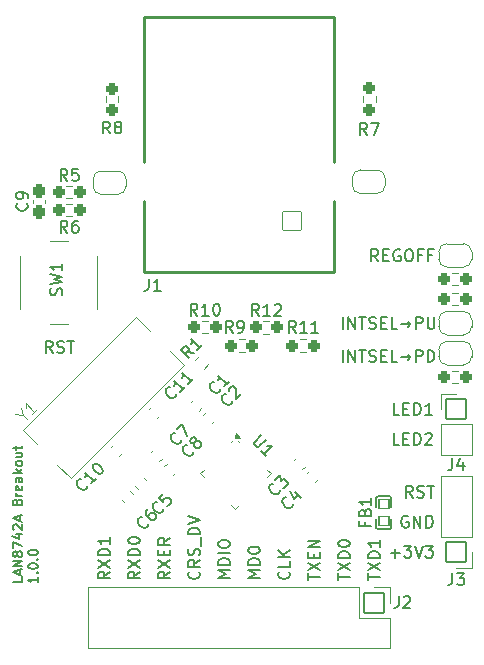
<source format=gbr>
%TF.GenerationSoftware,KiCad,Pcbnew,8.0.3*%
%TF.CreationDate,Date%
%TF.ProjectId,LAN8742A-breakout,4c414e38-3734-4324-912d-627265616b6f,+ (Unreleased)*%
%TF.SameCoordinates,Original*%
%TF.FileFunction,Legend,Top*%
%TF.FilePolarity,Positive*%
%FSLAX46Y46*%
G04 Gerber Fmt 4.6, Leading zero omitted, Abs format (unit mm)*
G04 Created by KiCad*
%MOMM*%
%LPD*%
G01*
G04 APERTURE LIST*
G04 Aperture macros list*
%AMRoundRect*
0 Rectangle with rounded corners*
0 $1 Rounding radius*
0 $2 $3 $4 $5 $6 $7 $8 $9 X,Y pos of 4 corners*
0 Add a 4 corners polygon primitive as box body*
4,1,4,$2,$3,$4,$5,$6,$7,$8,$9,$2,$3,0*
0 Add four circle primitives for the rounded corners*
1,1,$1+$1,$2,$3*
1,1,$1+$1,$4,$5*
1,1,$1+$1,$6,$7*
1,1,$1+$1,$8,$9*
0 Add four rect primitives between the rounded corners*
20,1,$1+$1,$2,$3,$4,$5,0*
20,1,$1+$1,$4,$5,$6,$7,0*
20,1,$1+$1,$6,$7,$8,$9,0*
20,1,$1+$1,$8,$9,$2,$3,0*%
%AMFreePoly0*
4,1,35,0.535355,0.785355,0.550000,0.750000,0.550000,-0.750000,0.535355,-0.785355,0.500000,-0.800000,0.000000,-0.800000,-0.012286,-0.794911,-0.071157,-0.794911,-0.085244,-0.792886,-0.221795,-0.752791,-0.234740,-0.746879,-0.354462,-0.669938,-0.365217,-0.660618,-0.458414,-0.553063,-0.466109,-0.541091,-0.525228,-0.411637,-0.529237,-0.397982,-0.549491,-0.257116,-0.550000,-0.250000,-0.550000,0.250000,
-0.549491,0.257116,-0.529237,0.397982,-0.525228,0.411637,-0.466109,0.541091,-0.458414,0.553063,-0.365217,0.660618,-0.354462,0.669938,-0.234740,0.746879,-0.221795,0.752791,-0.085244,0.792886,-0.071157,0.794911,-0.012286,0.794911,0.000000,0.800000,0.500000,0.800000,0.535355,0.785355,0.535355,0.785355,$1*%
%AMFreePoly1*
4,1,35,0.012286,0.794911,0.071157,0.794911,0.085244,0.792886,0.221795,0.752791,0.234740,0.746879,0.354462,0.669938,0.365217,0.660618,0.458414,0.553063,0.466109,0.541091,0.525228,0.411637,0.529237,0.397982,0.549491,0.257116,0.550000,0.250000,0.550000,-0.250000,0.549491,-0.257116,0.529237,-0.397982,0.525228,-0.411637,0.466109,-0.541091,0.458414,-0.553063,0.365217,-0.660618,
0.354462,-0.669938,0.234740,-0.746879,0.221795,-0.752791,0.085244,-0.792886,0.071157,-0.794911,0.012286,-0.794911,0.000000,-0.800000,-0.500000,-0.800000,-0.535355,-0.785355,-0.550000,-0.750000,-0.550000,0.750000,-0.535355,0.785355,-0.500000,0.800000,0.000000,0.800000,0.012286,0.794911,0.012286,0.794911,$1*%
G04 Aperture macros list end*
%ADD10C,0.150000*%
%ADD11C,0.100000*%
%ADD12C,0.120000*%
%ADD13C,0.250000*%
%ADD14RoundRect,0.262500X-0.008839X-0.380070X0.380070X0.008839X0.008839X0.380070X-0.380070X-0.008839X0*%
%ADD15RoundRect,0.262500X0.415425X-0.044194X-0.044194X0.415425X-0.415425X0.044194X0.044194X-0.415425X0*%
%ADD16FreePoly0,180.000000*%
%ADD17FreePoly1,180.000000*%
%ADD18C,3.300000*%
%ADD19FreePoly0,0.000000*%
%ADD20FreePoly1,0.000000*%
%ADD21RoundRect,0.050000X-0.850000X-0.850000X0.850000X-0.850000X0.850000X0.850000X-0.850000X0.850000X0*%
%ADD22O,1.800000X1.800000*%
%ADD23RoundRect,0.262500X-0.044194X-0.415425X0.415425X0.044194X0.044194X0.415425X-0.415425X-0.044194X0*%
%ADD24RoundRect,0.262500X-0.262500X0.275000X-0.262500X-0.275000X0.262500X-0.275000X0.262500X0.275000X0*%
%ADD25RoundRect,0.262500X0.044194X0.415425X-0.415425X-0.044194X-0.044194X-0.415425X0.415425X0.044194X0*%
%ADD26RoundRect,0.262500X0.275000X0.262500X-0.275000X0.262500X-0.275000X-0.262500X0.275000X-0.262500X0*%
%ADD27RoundRect,0.525000X-1.237437X-1.979899X1.979899X1.237437X1.237437X1.979899X-1.979899X-1.237437X0*%
%ADD28RoundRect,0.087500X-0.344715X0.220971X0.220971X-0.344715X0.344715X-0.220971X-0.220971X0.344715X0*%
%ADD29RoundRect,0.087500X-0.344715X-0.220971X-0.220971X-0.344715X0.344715X0.220971X0.220971X0.344715X0*%
%ADD30RoundRect,0.050000X-1.767767X0.000000X0.000000X-1.767767X1.767767X0.000000X0.000000X1.767767X0*%
%ADD31C,2.100000*%
%ADD32RoundRect,0.050000X-0.850000X0.850000X-0.850000X-0.850000X0.850000X-0.850000X0.850000X0.850000X0*%
%ADD33RoundRect,0.262500X-0.275000X-0.262500X0.275000X-0.262500X0.275000X0.262500X-0.275000X0.262500X0*%
%ADD34RoundRect,0.050000X0.850000X0.850000X-0.850000X0.850000X-0.850000X-0.850000X0.850000X-0.850000X0*%
%ADD35RoundRect,0.262500X0.262500X-0.325000X0.262500X0.325000X-0.262500X0.325000X-0.262500X-0.325000X0*%
%ADD36RoundRect,0.050000X-0.430000X0.400000X-0.430000X-0.400000X0.430000X-0.400000X0.430000X0.400000X0*%
%ADD37C,3.400000*%
%ADD38RoundRect,0.050000X0.800000X0.800000X-0.800000X0.800000X-0.800000X-0.800000X0.800000X-0.800000X0*%
%ADD39C,1.700000*%
%ADD40C,1.900000*%
%ADD41C,2.600000*%
G04 APERTURE END LIST*
D10*
X74890750Y17258208D02*
X74414559Y16924875D01*
X74890750Y16686780D02*
X73890750Y16686780D01*
X73890750Y16686780D02*
X73890750Y17067732D01*
X73890750Y17067732D02*
X73938369Y17162970D01*
X73938369Y17162970D02*
X73985988Y17210589D01*
X73985988Y17210589D02*
X74081226Y17258208D01*
X74081226Y17258208D02*
X74224083Y17258208D01*
X74224083Y17258208D02*
X74319321Y17210589D01*
X74319321Y17210589D02*
X74366940Y17162970D01*
X74366940Y17162970D02*
X74414559Y17067732D01*
X74414559Y17067732D02*
X74414559Y16686780D01*
X73890750Y17591542D02*
X74890750Y18258208D01*
X73890750Y18258208D02*
X74890750Y17591542D01*
X74890750Y18639161D02*
X73890750Y18639161D01*
X73890750Y18639161D02*
X73890750Y18877256D01*
X73890750Y18877256D02*
X73938369Y19020113D01*
X73938369Y19020113D02*
X74033607Y19115351D01*
X74033607Y19115351D02*
X74128845Y19162970D01*
X74128845Y19162970D02*
X74319321Y19210589D01*
X74319321Y19210589D02*
X74462178Y19210589D01*
X74462178Y19210589D02*
X74652654Y19162970D01*
X74652654Y19162970D02*
X74747892Y19115351D01*
X74747892Y19115351D02*
X74843131Y19020113D01*
X74843131Y19020113D02*
X74890750Y18877256D01*
X74890750Y18877256D02*
X74890750Y18639161D01*
X73890750Y19829637D02*
X73890750Y19924875D01*
X73890750Y19924875D02*
X73938369Y20020113D01*
X73938369Y20020113D02*
X73985988Y20067732D01*
X73985988Y20067732D02*
X74081226Y20115351D01*
X74081226Y20115351D02*
X74271702Y20162970D01*
X74271702Y20162970D02*
X74509797Y20162970D01*
X74509797Y20162970D02*
X74700273Y20115351D01*
X74700273Y20115351D02*
X74795511Y20067732D01*
X74795511Y20067732D02*
X74843131Y20020113D01*
X74843131Y20020113D02*
X74890750Y19924875D01*
X74890750Y19924875D02*
X74890750Y19829637D01*
X74890750Y19829637D02*
X74843131Y19734399D01*
X74843131Y19734399D02*
X74795511Y19686780D01*
X74795511Y19686780D02*
X74700273Y19639161D01*
X74700273Y19639161D02*
X74509797Y19591542D01*
X74509797Y19591542D02*
X74271702Y19591542D01*
X74271702Y19591542D02*
X74081226Y19639161D01*
X74081226Y19639161D02*
X73985988Y19686780D01*
X73985988Y19686780D02*
X73938369Y19734399D01*
X73938369Y19734399D02*
X73890750Y19829637D01*
X67504188Y35784181D02*
X67170855Y36260372D01*
X66932760Y35784181D02*
X66932760Y36784181D01*
X66932760Y36784181D02*
X67313712Y36784181D01*
X67313712Y36784181D02*
X67408950Y36736562D01*
X67408950Y36736562D02*
X67456569Y36688943D01*
X67456569Y36688943D02*
X67504188Y36593705D01*
X67504188Y36593705D02*
X67504188Y36450848D01*
X67504188Y36450848D02*
X67456569Y36355610D01*
X67456569Y36355610D02*
X67408950Y36307991D01*
X67408950Y36307991D02*
X67313712Y36260372D01*
X67313712Y36260372D02*
X66932760Y36260372D01*
X67885141Y35831800D02*
X68027998Y35784181D01*
X68027998Y35784181D02*
X68266093Y35784181D01*
X68266093Y35784181D02*
X68361331Y35831800D01*
X68361331Y35831800D02*
X68408950Y35879420D01*
X68408950Y35879420D02*
X68456569Y35974658D01*
X68456569Y35974658D02*
X68456569Y36069896D01*
X68456569Y36069896D02*
X68408950Y36165134D01*
X68408950Y36165134D02*
X68361331Y36212753D01*
X68361331Y36212753D02*
X68266093Y36260372D01*
X68266093Y36260372D02*
X68075617Y36307991D01*
X68075617Y36307991D02*
X67980379Y36355610D01*
X67980379Y36355610D02*
X67932760Y36403229D01*
X67932760Y36403229D02*
X67885141Y36498467D01*
X67885141Y36498467D02*
X67885141Y36593705D01*
X67885141Y36593705D02*
X67932760Y36688943D01*
X67932760Y36688943D02*
X67980379Y36736562D01*
X67980379Y36736562D02*
X68075617Y36784181D01*
X68075617Y36784181D02*
X68313712Y36784181D01*
X68313712Y36784181D02*
X68456569Y36736562D01*
X68742284Y36784181D02*
X69313712Y36784181D01*
X69027998Y35784181D02*
X69027998Y36784181D01*
X96127046Y18829384D02*
X96888951Y18829384D01*
X96507998Y18448431D02*
X96507998Y19210336D01*
X97269903Y19448431D02*
X97888950Y19448431D01*
X97888950Y19448431D02*
X97555617Y19067479D01*
X97555617Y19067479D02*
X97698474Y19067479D01*
X97698474Y19067479D02*
X97793712Y19019860D01*
X97793712Y19019860D02*
X97841331Y18972241D01*
X97841331Y18972241D02*
X97888950Y18877003D01*
X97888950Y18877003D02*
X97888950Y18638908D01*
X97888950Y18638908D02*
X97841331Y18543670D01*
X97841331Y18543670D02*
X97793712Y18496050D01*
X97793712Y18496050D02*
X97698474Y18448431D01*
X97698474Y18448431D02*
X97412760Y18448431D01*
X97412760Y18448431D02*
X97317522Y18496050D01*
X97317522Y18496050D02*
X97269903Y18543670D01*
X98174665Y19448431D02*
X98507998Y18448431D01*
X98507998Y18448431D02*
X98841331Y19448431D01*
X99079427Y19448431D02*
X99698474Y19448431D01*
X99698474Y19448431D02*
X99365141Y19067479D01*
X99365141Y19067479D02*
X99507998Y19067479D01*
X99507998Y19067479D02*
X99603236Y19019860D01*
X99603236Y19019860D02*
X99650855Y18972241D01*
X99650855Y18972241D02*
X99698474Y18877003D01*
X99698474Y18877003D02*
X99698474Y18638908D01*
X99698474Y18638908D02*
X99650855Y18543670D01*
X99650855Y18543670D02*
X99603236Y18496050D01*
X99603236Y18496050D02*
X99507998Y18448431D01*
X99507998Y18448431D02*
X99222284Y18448431D01*
X99222284Y18448431D02*
X99127046Y18496050D01*
X99127046Y18496050D02*
X99079427Y18543670D01*
X79875511Y17258208D02*
X79923131Y17210589D01*
X79923131Y17210589D02*
X79970750Y17067732D01*
X79970750Y17067732D02*
X79970750Y16972494D01*
X79970750Y16972494D02*
X79923131Y16829637D01*
X79923131Y16829637D02*
X79827892Y16734399D01*
X79827892Y16734399D02*
X79732654Y16686780D01*
X79732654Y16686780D02*
X79542178Y16639161D01*
X79542178Y16639161D02*
X79399321Y16639161D01*
X79399321Y16639161D02*
X79208845Y16686780D01*
X79208845Y16686780D02*
X79113607Y16734399D01*
X79113607Y16734399D02*
X79018369Y16829637D01*
X79018369Y16829637D02*
X78970750Y16972494D01*
X78970750Y16972494D02*
X78970750Y17067732D01*
X78970750Y17067732D02*
X79018369Y17210589D01*
X79018369Y17210589D02*
X79065988Y17258208D01*
X79970750Y18258208D02*
X79494559Y17924875D01*
X79970750Y17686780D02*
X78970750Y17686780D01*
X78970750Y17686780D02*
X78970750Y18067732D01*
X78970750Y18067732D02*
X79018369Y18162970D01*
X79018369Y18162970D02*
X79065988Y18210589D01*
X79065988Y18210589D02*
X79161226Y18258208D01*
X79161226Y18258208D02*
X79304083Y18258208D01*
X79304083Y18258208D02*
X79399321Y18210589D01*
X79399321Y18210589D02*
X79446940Y18162970D01*
X79446940Y18162970D02*
X79494559Y18067732D01*
X79494559Y18067732D02*
X79494559Y17686780D01*
X79923131Y18639161D02*
X79970750Y18782018D01*
X79970750Y18782018D02*
X79970750Y19020113D01*
X79970750Y19020113D02*
X79923131Y19115351D01*
X79923131Y19115351D02*
X79875511Y19162970D01*
X79875511Y19162970D02*
X79780273Y19210589D01*
X79780273Y19210589D02*
X79685035Y19210589D01*
X79685035Y19210589D02*
X79589797Y19162970D01*
X79589797Y19162970D02*
X79542178Y19115351D01*
X79542178Y19115351D02*
X79494559Y19020113D01*
X79494559Y19020113D02*
X79446940Y18829637D01*
X79446940Y18829637D02*
X79399321Y18734399D01*
X79399321Y18734399D02*
X79351702Y18686780D01*
X79351702Y18686780D02*
X79256464Y18639161D01*
X79256464Y18639161D02*
X79161226Y18639161D01*
X79161226Y18639161D02*
X79065988Y18686780D01*
X79065988Y18686780D02*
X79018369Y18734399D01*
X79018369Y18734399D02*
X78970750Y18829637D01*
X78970750Y18829637D02*
X78970750Y19067732D01*
X78970750Y19067732D02*
X79018369Y19210589D01*
X80065988Y19401065D02*
X80065988Y20162970D01*
X79970750Y20401066D02*
X78970750Y20401066D01*
X78970750Y20401066D02*
X78970750Y20639161D01*
X78970750Y20639161D02*
X79018369Y20782018D01*
X79018369Y20782018D02*
X79113607Y20877256D01*
X79113607Y20877256D02*
X79208845Y20924875D01*
X79208845Y20924875D02*
X79399321Y20972494D01*
X79399321Y20972494D02*
X79542178Y20972494D01*
X79542178Y20972494D02*
X79732654Y20924875D01*
X79732654Y20924875D02*
X79827892Y20877256D01*
X79827892Y20877256D02*
X79923131Y20782018D01*
X79923131Y20782018D02*
X79970750Y20639161D01*
X79970750Y20639161D02*
X79970750Y20401066D01*
X78970750Y21258209D02*
X79970750Y21591542D01*
X79970750Y21591542D02*
X78970750Y21924875D01*
X92078760Y37816181D02*
X92078760Y38816181D01*
X92554950Y37816181D02*
X92554950Y38816181D01*
X92554950Y38816181D02*
X93126378Y37816181D01*
X93126378Y37816181D02*
X93126378Y38816181D01*
X93459712Y38816181D02*
X94031140Y38816181D01*
X93745426Y37816181D02*
X93745426Y38816181D01*
X94316855Y37863800D02*
X94459712Y37816181D01*
X94459712Y37816181D02*
X94697807Y37816181D01*
X94697807Y37816181D02*
X94793045Y37863800D01*
X94793045Y37863800D02*
X94840664Y37911420D01*
X94840664Y37911420D02*
X94888283Y38006658D01*
X94888283Y38006658D02*
X94888283Y38101896D01*
X94888283Y38101896D02*
X94840664Y38197134D01*
X94840664Y38197134D02*
X94793045Y38244753D01*
X94793045Y38244753D02*
X94697807Y38292372D01*
X94697807Y38292372D02*
X94507331Y38339991D01*
X94507331Y38339991D02*
X94412093Y38387610D01*
X94412093Y38387610D02*
X94364474Y38435229D01*
X94364474Y38435229D02*
X94316855Y38530467D01*
X94316855Y38530467D02*
X94316855Y38625705D01*
X94316855Y38625705D02*
X94364474Y38720943D01*
X94364474Y38720943D02*
X94412093Y38768562D01*
X94412093Y38768562D02*
X94507331Y38816181D01*
X94507331Y38816181D02*
X94745426Y38816181D01*
X94745426Y38816181D02*
X94888283Y38768562D01*
X95316855Y38339991D02*
X95650188Y38339991D01*
X95793045Y37816181D02*
X95316855Y37816181D01*
X95316855Y37816181D02*
X95316855Y38816181D01*
X95316855Y38816181D02*
X95793045Y38816181D01*
X96697807Y37816181D02*
X96221617Y37816181D01*
X96221617Y37816181D02*
X96221617Y38816181D01*
X97031141Y38197134D02*
X97793046Y38197134D01*
X97602569Y38006658D02*
X97793046Y38197134D01*
X97793046Y38197134D02*
X97602569Y38387610D01*
X98269236Y37816181D02*
X98269236Y38816181D01*
X98269236Y38816181D02*
X98650188Y38816181D01*
X98650188Y38816181D02*
X98745426Y38768562D01*
X98745426Y38768562D02*
X98793045Y38720943D01*
X98793045Y38720943D02*
X98840664Y38625705D01*
X98840664Y38625705D02*
X98840664Y38482848D01*
X98840664Y38482848D02*
X98793045Y38387610D01*
X98793045Y38387610D02*
X98745426Y38339991D01*
X98745426Y38339991D02*
X98650188Y38292372D01*
X98650188Y38292372D02*
X98269236Y38292372D01*
X99269236Y38816181D02*
X99269236Y38006658D01*
X99269236Y38006658D02*
X99316855Y37911420D01*
X99316855Y37911420D02*
X99364474Y37863800D01*
X99364474Y37863800D02*
X99459712Y37816181D01*
X99459712Y37816181D02*
X99650188Y37816181D01*
X99650188Y37816181D02*
X99745426Y37863800D01*
X99745426Y37863800D02*
X99793045Y37911420D01*
X99793045Y37911420D02*
X99840664Y38006658D01*
X99840664Y38006658D02*
X99840664Y38816181D01*
X85050750Y16686780D02*
X84050750Y16686780D01*
X84050750Y16686780D02*
X84765035Y17020113D01*
X84765035Y17020113D02*
X84050750Y17353446D01*
X84050750Y17353446D02*
X85050750Y17353446D01*
X85050750Y17829637D02*
X84050750Y17829637D01*
X84050750Y17829637D02*
X84050750Y18067732D01*
X84050750Y18067732D02*
X84098369Y18210589D01*
X84098369Y18210589D02*
X84193607Y18305827D01*
X84193607Y18305827D02*
X84288845Y18353446D01*
X84288845Y18353446D02*
X84479321Y18401065D01*
X84479321Y18401065D02*
X84622178Y18401065D01*
X84622178Y18401065D02*
X84812654Y18353446D01*
X84812654Y18353446D02*
X84907892Y18305827D01*
X84907892Y18305827D02*
X85003131Y18210589D01*
X85003131Y18210589D02*
X85050750Y18067732D01*
X85050750Y18067732D02*
X85050750Y17829637D01*
X84050750Y19020113D02*
X84050750Y19115351D01*
X84050750Y19115351D02*
X84098369Y19210589D01*
X84098369Y19210589D02*
X84145988Y19258208D01*
X84145988Y19258208D02*
X84241226Y19305827D01*
X84241226Y19305827D02*
X84431702Y19353446D01*
X84431702Y19353446D02*
X84669797Y19353446D01*
X84669797Y19353446D02*
X84860273Y19305827D01*
X84860273Y19305827D02*
X84955511Y19258208D01*
X84955511Y19258208D02*
X85003131Y19210589D01*
X85003131Y19210589D02*
X85050750Y19115351D01*
X85050750Y19115351D02*
X85050750Y19020113D01*
X85050750Y19020113D02*
X85003131Y18924875D01*
X85003131Y18924875D02*
X84955511Y18877256D01*
X84955511Y18877256D02*
X84860273Y18829637D01*
X84860273Y18829637D02*
X84669797Y18782018D01*
X84669797Y18782018D02*
X84431702Y18782018D01*
X84431702Y18782018D02*
X84241226Y18829637D01*
X84241226Y18829637D02*
X84145988Y18877256D01*
X84145988Y18877256D02*
X84098369Y18924875D01*
X84098369Y18924875D02*
X84050750Y19020113D01*
X97984188Y23528431D02*
X97650855Y24004622D01*
X97412760Y23528431D02*
X97412760Y24528431D01*
X97412760Y24528431D02*
X97793712Y24528431D01*
X97793712Y24528431D02*
X97888950Y24480812D01*
X97888950Y24480812D02*
X97936569Y24433193D01*
X97936569Y24433193D02*
X97984188Y24337955D01*
X97984188Y24337955D02*
X97984188Y24195098D01*
X97984188Y24195098D02*
X97936569Y24099860D01*
X97936569Y24099860D02*
X97888950Y24052241D01*
X97888950Y24052241D02*
X97793712Y24004622D01*
X97793712Y24004622D02*
X97412760Y24004622D01*
X98365141Y23576050D02*
X98507998Y23528431D01*
X98507998Y23528431D02*
X98746093Y23528431D01*
X98746093Y23528431D02*
X98841331Y23576050D01*
X98841331Y23576050D02*
X98888950Y23623670D01*
X98888950Y23623670D02*
X98936569Y23718908D01*
X98936569Y23718908D02*
X98936569Y23814146D01*
X98936569Y23814146D02*
X98888950Y23909384D01*
X98888950Y23909384D02*
X98841331Y23957003D01*
X98841331Y23957003D02*
X98746093Y24004622D01*
X98746093Y24004622D02*
X98555617Y24052241D01*
X98555617Y24052241D02*
X98460379Y24099860D01*
X98460379Y24099860D02*
X98412760Y24147479D01*
X98412760Y24147479D02*
X98365141Y24242717D01*
X98365141Y24242717D02*
X98365141Y24337955D01*
X98365141Y24337955D02*
X98412760Y24433193D01*
X98412760Y24433193D02*
X98460379Y24480812D01*
X98460379Y24480812D02*
X98555617Y24528431D01*
X98555617Y24528431D02*
X98793712Y24528431D01*
X98793712Y24528431D02*
X98936569Y24480812D01*
X99222284Y24528431D02*
X99793712Y24528431D01*
X99507998Y23528431D02*
X99507998Y24528431D01*
X72350750Y17258208D02*
X71874559Y16924875D01*
X72350750Y16686780D02*
X71350750Y16686780D01*
X71350750Y16686780D02*
X71350750Y17067732D01*
X71350750Y17067732D02*
X71398369Y17162970D01*
X71398369Y17162970D02*
X71445988Y17210589D01*
X71445988Y17210589D02*
X71541226Y17258208D01*
X71541226Y17258208D02*
X71684083Y17258208D01*
X71684083Y17258208D02*
X71779321Y17210589D01*
X71779321Y17210589D02*
X71826940Y17162970D01*
X71826940Y17162970D02*
X71874559Y17067732D01*
X71874559Y17067732D02*
X71874559Y16686780D01*
X71350750Y17591542D02*
X72350750Y18258208D01*
X71350750Y18258208D02*
X72350750Y17591542D01*
X72350750Y18639161D02*
X71350750Y18639161D01*
X71350750Y18639161D02*
X71350750Y18877256D01*
X71350750Y18877256D02*
X71398369Y19020113D01*
X71398369Y19020113D02*
X71493607Y19115351D01*
X71493607Y19115351D02*
X71588845Y19162970D01*
X71588845Y19162970D02*
X71779321Y19210589D01*
X71779321Y19210589D02*
X71922178Y19210589D01*
X71922178Y19210589D02*
X72112654Y19162970D01*
X72112654Y19162970D02*
X72207892Y19115351D01*
X72207892Y19115351D02*
X72303131Y19020113D01*
X72303131Y19020113D02*
X72350750Y18877256D01*
X72350750Y18877256D02*
X72350750Y18639161D01*
X72350750Y20162970D02*
X72350750Y19591542D01*
X72350750Y19877256D02*
X71350750Y19877256D01*
X71350750Y19877256D02*
X71493607Y19782018D01*
X71493607Y19782018D02*
X71588845Y19686780D01*
X71588845Y19686780D02*
X71636464Y19591542D01*
X64948321Y16766113D02*
X64948321Y16385161D01*
X64948321Y16385161D02*
X64148321Y16385161D01*
X64719749Y16994684D02*
X64719749Y17375637D01*
X64948321Y16918494D02*
X64148321Y17185161D01*
X64148321Y17185161D02*
X64948321Y17451827D01*
X64948321Y17718494D02*
X64148321Y17718494D01*
X64148321Y17718494D02*
X64948321Y18175637D01*
X64948321Y18175637D02*
X64148321Y18175637D01*
X64491178Y18670874D02*
X64453083Y18594684D01*
X64453083Y18594684D02*
X64414987Y18556589D01*
X64414987Y18556589D02*
X64338797Y18518493D01*
X64338797Y18518493D02*
X64300702Y18518493D01*
X64300702Y18518493D02*
X64224511Y18556589D01*
X64224511Y18556589D02*
X64186416Y18594684D01*
X64186416Y18594684D02*
X64148321Y18670874D01*
X64148321Y18670874D02*
X64148321Y18823255D01*
X64148321Y18823255D02*
X64186416Y18899446D01*
X64186416Y18899446D02*
X64224511Y18937541D01*
X64224511Y18937541D02*
X64300702Y18975636D01*
X64300702Y18975636D02*
X64338797Y18975636D01*
X64338797Y18975636D02*
X64414987Y18937541D01*
X64414987Y18937541D02*
X64453083Y18899446D01*
X64453083Y18899446D02*
X64491178Y18823255D01*
X64491178Y18823255D02*
X64491178Y18670874D01*
X64491178Y18670874D02*
X64529273Y18594684D01*
X64529273Y18594684D02*
X64567368Y18556589D01*
X64567368Y18556589D02*
X64643559Y18518493D01*
X64643559Y18518493D02*
X64795940Y18518493D01*
X64795940Y18518493D02*
X64872130Y18556589D01*
X64872130Y18556589D02*
X64910226Y18594684D01*
X64910226Y18594684D02*
X64948321Y18670874D01*
X64948321Y18670874D02*
X64948321Y18823255D01*
X64948321Y18823255D02*
X64910226Y18899446D01*
X64910226Y18899446D02*
X64872130Y18937541D01*
X64872130Y18937541D02*
X64795940Y18975636D01*
X64795940Y18975636D02*
X64643559Y18975636D01*
X64643559Y18975636D02*
X64567368Y18937541D01*
X64567368Y18937541D02*
X64529273Y18899446D01*
X64529273Y18899446D02*
X64491178Y18823255D01*
X64148321Y19242303D02*
X64148321Y19775637D01*
X64148321Y19775637D02*
X64948321Y19432779D01*
X64414987Y20423256D02*
X64948321Y20423256D01*
X64110226Y20232780D02*
X64681654Y20042303D01*
X64681654Y20042303D02*
X64681654Y20537542D01*
X64224511Y20804208D02*
X64186416Y20842304D01*
X64186416Y20842304D02*
X64148321Y20918494D01*
X64148321Y20918494D02*
X64148321Y21108970D01*
X64148321Y21108970D02*
X64186416Y21185161D01*
X64186416Y21185161D02*
X64224511Y21223256D01*
X64224511Y21223256D02*
X64300702Y21261351D01*
X64300702Y21261351D02*
X64376892Y21261351D01*
X64376892Y21261351D02*
X64491178Y21223256D01*
X64491178Y21223256D02*
X64948321Y20766113D01*
X64948321Y20766113D02*
X64948321Y21261351D01*
X64719749Y21566113D02*
X64719749Y21947066D01*
X64948321Y21489923D02*
X64148321Y21756590D01*
X64148321Y21756590D02*
X64948321Y22023256D01*
X64529273Y23166113D02*
X64567368Y23280399D01*
X64567368Y23280399D02*
X64605464Y23318494D01*
X64605464Y23318494D02*
X64681654Y23356590D01*
X64681654Y23356590D02*
X64795940Y23356590D01*
X64795940Y23356590D02*
X64872130Y23318494D01*
X64872130Y23318494D02*
X64910226Y23280399D01*
X64910226Y23280399D02*
X64948321Y23204209D01*
X64948321Y23204209D02*
X64948321Y22899447D01*
X64948321Y22899447D02*
X64148321Y22899447D01*
X64148321Y22899447D02*
X64148321Y23166113D01*
X64148321Y23166113D02*
X64186416Y23242304D01*
X64186416Y23242304D02*
X64224511Y23280399D01*
X64224511Y23280399D02*
X64300702Y23318494D01*
X64300702Y23318494D02*
X64376892Y23318494D01*
X64376892Y23318494D02*
X64453083Y23280399D01*
X64453083Y23280399D02*
X64491178Y23242304D01*
X64491178Y23242304D02*
X64529273Y23166113D01*
X64529273Y23166113D02*
X64529273Y22899447D01*
X64948321Y23699447D02*
X64414987Y23699447D01*
X64567368Y23699447D02*
X64491178Y23737542D01*
X64491178Y23737542D02*
X64453083Y23775637D01*
X64453083Y23775637D02*
X64414987Y23851828D01*
X64414987Y23851828D02*
X64414987Y23928018D01*
X64910226Y24499447D02*
X64948321Y24423256D01*
X64948321Y24423256D02*
X64948321Y24270875D01*
X64948321Y24270875D02*
X64910226Y24194685D01*
X64910226Y24194685D02*
X64834035Y24156589D01*
X64834035Y24156589D02*
X64529273Y24156589D01*
X64529273Y24156589D02*
X64453083Y24194685D01*
X64453083Y24194685D02*
X64414987Y24270875D01*
X64414987Y24270875D02*
X64414987Y24423256D01*
X64414987Y24423256D02*
X64453083Y24499447D01*
X64453083Y24499447D02*
X64529273Y24537542D01*
X64529273Y24537542D02*
X64605464Y24537542D01*
X64605464Y24537542D02*
X64681654Y24156589D01*
X64948321Y25223256D02*
X64529273Y25223256D01*
X64529273Y25223256D02*
X64453083Y25185161D01*
X64453083Y25185161D02*
X64414987Y25108970D01*
X64414987Y25108970D02*
X64414987Y24956589D01*
X64414987Y24956589D02*
X64453083Y24880399D01*
X64910226Y25223256D02*
X64948321Y25147065D01*
X64948321Y25147065D02*
X64948321Y24956589D01*
X64948321Y24956589D02*
X64910226Y24880399D01*
X64910226Y24880399D02*
X64834035Y24842303D01*
X64834035Y24842303D02*
X64757845Y24842303D01*
X64757845Y24842303D02*
X64681654Y24880399D01*
X64681654Y24880399D02*
X64643559Y24956589D01*
X64643559Y24956589D02*
X64643559Y25147065D01*
X64643559Y25147065D02*
X64605464Y25223256D01*
X64948321Y25604209D02*
X64148321Y25604209D01*
X64643559Y25680399D02*
X64948321Y25908971D01*
X64414987Y25908971D02*
X64719749Y25604209D01*
X64948321Y26366113D02*
X64910226Y26289923D01*
X64910226Y26289923D02*
X64872130Y26251828D01*
X64872130Y26251828D02*
X64795940Y26213732D01*
X64795940Y26213732D02*
X64567368Y26213732D01*
X64567368Y26213732D02*
X64491178Y26251828D01*
X64491178Y26251828D02*
X64453083Y26289923D01*
X64453083Y26289923D02*
X64414987Y26366113D01*
X64414987Y26366113D02*
X64414987Y26480399D01*
X64414987Y26480399D02*
X64453083Y26556590D01*
X64453083Y26556590D02*
X64491178Y26594685D01*
X64491178Y26594685D02*
X64567368Y26632780D01*
X64567368Y26632780D02*
X64795940Y26632780D01*
X64795940Y26632780D02*
X64872130Y26594685D01*
X64872130Y26594685D02*
X64910226Y26556590D01*
X64910226Y26556590D02*
X64948321Y26480399D01*
X64948321Y26480399D02*
X64948321Y26366113D01*
X64414987Y27318495D02*
X64948321Y27318495D01*
X64414987Y26975638D02*
X64834035Y26975638D01*
X64834035Y26975638D02*
X64910226Y27013733D01*
X64910226Y27013733D02*
X64948321Y27089923D01*
X64948321Y27089923D02*
X64948321Y27204209D01*
X64948321Y27204209D02*
X64910226Y27280400D01*
X64910226Y27280400D02*
X64872130Y27318495D01*
X64414987Y27585162D02*
X64414987Y27889924D01*
X64148321Y27699448D02*
X64834035Y27699448D01*
X64834035Y27699448D02*
X64910226Y27737543D01*
X64910226Y27737543D02*
X64948321Y27813733D01*
X64948321Y27813733D02*
X64948321Y27889924D01*
X66236276Y16804208D02*
X66236276Y16347065D01*
X66236276Y16575637D02*
X65436276Y16575637D01*
X65436276Y16575637D02*
X65550561Y16499446D01*
X65550561Y16499446D02*
X65626752Y16423256D01*
X65626752Y16423256D02*
X65664847Y16347065D01*
X66160085Y17147066D02*
X66198181Y17185161D01*
X66198181Y17185161D02*
X66236276Y17147066D01*
X66236276Y17147066D02*
X66198181Y17108970D01*
X66198181Y17108970D02*
X66160085Y17147066D01*
X66160085Y17147066D02*
X66236276Y17147066D01*
X65436276Y17680399D02*
X65436276Y17756589D01*
X65436276Y17756589D02*
X65474371Y17832780D01*
X65474371Y17832780D02*
X65512466Y17870875D01*
X65512466Y17870875D02*
X65588657Y17908970D01*
X65588657Y17908970D02*
X65741038Y17947065D01*
X65741038Y17947065D02*
X65931514Y17947065D01*
X65931514Y17947065D02*
X66083895Y17908970D01*
X66083895Y17908970D02*
X66160085Y17870875D01*
X66160085Y17870875D02*
X66198181Y17832780D01*
X66198181Y17832780D02*
X66236276Y17756589D01*
X66236276Y17756589D02*
X66236276Y17680399D01*
X66236276Y17680399D02*
X66198181Y17604208D01*
X66198181Y17604208D02*
X66160085Y17566113D01*
X66160085Y17566113D02*
X66083895Y17528018D01*
X66083895Y17528018D02*
X65931514Y17489922D01*
X65931514Y17489922D02*
X65741038Y17489922D01*
X65741038Y17489922D02*
X65588657Y17528018D01*
X65588657Y17528018D02*
X65512466Y17566113D01*
X65512466Y17566113D02*
X65474371Y17604208D01*
X65474371Y17604208D02*
X65436276Y17680399D01*
X66160085Y18289923D02*
X66198181Y18328018D01*
X66198181Y18328018D02*
X66236276Y18289923D01*
X66236276Y18289923D02*
X66198181Y18251827D01*
X66198181Y18251827D02*
X66160085Y18289923D01*
X66160085Y18289923D02*
X66236276Y18289923D01*
X65436276Y18823256D02*
X65436276Y18899446D01*
X65436276Y18899446D02*
X65474371Y18975637D01*
X65474371Y18975637D02*
X65512466Y19013732D01*
X65512466Y19013732D02*
X65588657Y19051827D01*
X65588657Y19051827D02*
X65741038Y19089922D01*
X65741038Y19089922D02*
X65931514Y19089922D01*
X65931514Y19089922D02*
X66083895Y19051827D01*
X66083895Y19051827D02*
X66160085Y19013732D01*
X66160085Y19013732D02*
X66198181Y18975637D01*
X66198181Y18975637D02*
X66236276Y18899446D01*
X66236276Y18899446D02*
X66236276Y18823256D01*
X66236276Y18823256D02*
X66198181Y18747065D01*
X66198181Y18747065D02*
X66160085Y18708970D01*
X66160085Y18708970D02*
X66083895Y18670875D01*
X66083895Y18670875D02*
X65931514Y18632779D01*
X65931514Y18632779D02*
X65741038Y18632779D01*
X65741038Y18632779D02*
X65588657Y18670875D01*
X65588657Y18670875D02*
X65512466Y18708970D01*
X65512466Y18708970D02*
X65474371Y18747065D01*
X65474371Y18747065D02*
X65436276Y18823256D01*
X96872950Y30528431D02*
X96396760Y30528431D01*
X96396760Y30528431D02*
X96396760Y31528431D01*
X97206284Y31052241D02*
X97539617Y31052241D01*
X97682474Y30528431D02*
X97206284Y30528431D01*
X97206284Y30528431D02*
X97206284Y31528431D01*
X97206284Y31528431D02*
X97682474Y31528431D01*
X98111046Y30528431D02*
X98111046Y31528431D01*
X98111046Y31528431D02*
X98349141Y31528431D01*
X98349141Y31528431D02*
X98491998Y31480812D01*
X98491998Y31480812D02*
X98587236Y31385574D01*
X98587236Y31385574D02*
X98634855Y31290336D01*
X98634855Y31290336D02*
X98682474Y31099860D01*
X98682474Y31099860D02*
X98682474Y30957003D01*
X98682474Y30957003D02*
X98634855Y30766527D01*
X98634855Y30766527D02*
X98587236Y30671289D01*
X98587236Y30671289D02*
X98491998Y30576050D01*
X98491998Y30576050D02*
X98349141Y30528431D01*
X98349141Y30528431D02*
X98111046Y30528431D01*
X99634855Y30528431D02*
X99063427Y30528431D01*
X99349141Y30528431D02*
X99349141Y31528431D01*
X99349141Y31528431D02*
X99253903Y31385574D01*
X99253903Y31385574D02*
X99158665Y31290336D01*
X99158665Y31290336D02*
X99063427Y31242717D01*
X91670750Y16543923D02*
X91670750Y17115351D01*
X92670750Y16829637D02*
X91670750Y16829637D01*
X91670750Y17353447D02*
X92670750Y18020113D01*
X91670750Y18020113D02*
X92670750Y17353447D01*
X92670750Y18401066D02*
X91670750Y18401066D01*
X91670750Y18401066D02*
X91670750Y18639161D01*
X91670750Y18639161D02*
X91718369Y18782018D01*
X91718369Y18782018D02*
X91813607Y18877256D01*
X91813607Y18877256D02*
X91908845Y18924875D01*
X91908845Y18924875D02*
X92099321Y18972494D01*
X92099321Y18972494D02*
X92242178Y18972494D01*
X92242178Y18972494D02*
X92432654Y18924875D01*
X92432654Y18924875D02*
X92527892Y18877256D01*
X92527892Y18877256D02*
X92623131Y18782018D01*
X92623131Y18782018D02*
X92670750Y18639161D01*
X92670750Y18639161D02*
X92670750Y18401066D01*
X91670750Y19591542D02*
X91670750Y19686780D01*
X91670750Y19686780D02*
X91718369Y19782018D01*
X91718369Y19782018D02*
X91765988Y19829637D01*
X91765988Y19829637D02*
X91861226Y19877256D01*
X91861226Y19877256D02*
X92051702Y19924875D01*
X92051702Y19924875D02*
X92289797Y19924875D01*
X92289797Y19924875D02*
X92480273Y19877256D01*
X92480273Y19877256D02*
X92575511Y19829637D01*
X92575511Y19829637D02*
X92623131Y19782018D01*
X92623131Y19782018D02*
X92670750Y19686780D01*
X92670750Y19686780D02*
X92670750Y19591542D01*
X92670750Y19591542D02*
X92623131Y19496304D01*
X92623131Y19496304D02*
X92575511Y19448685D01*
X92575511Y19448685D02*
X92480273Y19401066D01*
X92480273Y19401066D02*
X92289797Y19353447D01*
X92289797Y19353447D02*
X92051702Y19353447D01*
X92051702Y19353447D02*
X91861226Y19401066D01*
X91861226Y19401066D02*
X91765988Y19448685D01*
X91765988Y19448685D02*
X91718369Y19496304D01*
X91718369Y19496304D02*
X91670750Y19591542D01*
X94210750Y16543923D02*
X94210750Y17115351D01*
X95210750Y16829637D02*
X94210750Y16829637D01*
X94210750Y17353447D02*
X95210750Y18020113D01*
X94210750Y18020113D02*
X95210750Y17353447D01*
X95210750Y18401066D02*
X94210750Y18401066D01*
X94210750Y18401066D02*
X94210750Y18639161D01*
X94210750Y18639161D02*
X94258369Y18782018D01*
X94258369Y18782018D02*
X94353607Y18877256D01*
X94353607Y18877256D02*
X94448845Y18924875D01*
X94448845Y18924875D02*
X94639321Y18972494D01*
X94639321Y18972494D02*
X94782178Y18972494D01*
X94782178Y18972494D02*
X94972654Y18924875D01*
X94972654Y18924875D02*
X95067892Y18877256D01*
X95067892Y18877256D02*
X95163131Y18782018D01*
X95163131Y18782018D02*
X95210750Y18639161D01*
X95210750Y18639161D02*
X95210750Y18401066D01*
X95210750Y19924875D02*
X95210750Y19353447D01*
X95210750Y19639161D02*
X94210750Y19639161D01*
X94210750Y19639161D02*
X94353607Y19543923D01*
X94353607Y19543923D02*
X94448845Y19448685D01*
X94448845Y19448685D02*
X94496464Y19353447D01*
X92078760Y35022181D02*
X92078760Y36022181D01*
X92554950Y35022181D02*
X92554950Y36022181D01*
X92554950Y36022181D02*
X93126378Y35022181D01*
X93126378Y35022181D02*
X93126378Y36022181D01*
X93459712Y36022181D02*
X94031140Y36022181D01*
X93745426Y35022181D02*
X93745426Y36022181D01*
X94316855Y35069800D02*
X94459712Y35022181D01*
X94459712Y35022181D02*
X94697807Y35022181D01*
X94697807Y35022181D02*
X94793045Y35069800D01*
X94793045Y35069800D02*
X94840664Y35117420D01*
X94840664Y35117420D02*
X94888283Y35212658D01*
X94888283Y35212658D02*
X94888283Y35307896D01*
X94888283Y35307896D02*
X94840664Y35403134D01*
X94840664Y35403134D02*
X94793045Y35450753D01*
X94793045Y35450753D02*
X94697807Y35498372D01*
X94697807Y35498372D02*
X94507331Y35545991D01*
X94507331Y35545991D02*
X94412093Y35593610D01*
X94412093Y35593610D02*
X94364474Y35641229D01*
X94364474Y35641229D02*
X94316855Y35736467D01*
X94316855Y35736467D02*
X94316855Y35831705D01*
X94316855Y35831705D02*
X94364474Y35926943D01*
X94364474Y35926943D02*
X94412093Y35974562D01*
X94412093Y35974562D02*
X94507331Y36022181D01*
X94507331Y36022181D02*
X94745426Y36022181D01*
X94745426Y36022181D02*
X94888283Y35974562D01*
X95316855Y35545991D02*
X95650188Y35545991D01*
X95793045Y35022181D02*
X95316855Y35022181D01*
X95316855Y35022181D02*
X95316855Y36022181D01*
X95316855Y36022181D02*
X95793045Y36022181D01*
X96697807Y35022181D02*
X96221617Y35022181D01*
X96221617Y35022181D02*
X96221617Y36022181D01*
X97031141Y35403134D02*
X97793046Y35403134D01*
X97602569Y35212658D02*
X97793046Y35403134D01*
X97793046Y35403134D02*
X97602569Y35593610D01*
X98269236Y35022181D02*
X98269236Y36022181D01*
X98269236Y36022181D02*
X98650188Y36022181D01*
X98650188Y36022181D02*
X98745426Y35974562D01*
X98745426Y35974562D02*
X98793045Y35926943D01*
X98793045Y35926943D02*
X98840664Y35831705D01*
X98840664Y35831705D02*
X98840664Y35688848D01*
X98840664Y35688848D02*
X98793045Y35593610D01*
X98793045Y35593610D02*
X98745426Y35545991D01*
X98745426Y35545991D02*
X98650188Y35498372D01*
X98650188Y35498372D02*
X98269236Y35498372D01*
X99269236Y35022181D02*
X99269236Y36022181D01*
X99269236Y36022181D02*
X99507331Y36022181D01*
X99507331Y36022181D02*
X99650188Y35974562D01*
X99650188Y35974562D02*
X99745426Y35879324D01*
X99745426Y35879324D02*
X99793045Y35784086D01*
X99793045Y35784086D02*
X99840664Y35593610D01*
X99840664Y35593610D02*
X99840664Y35450753D01*
X99840664Y35450753D02*
X99793045Y35260277D01*
X99793045Y35260277D02*
X99745426Y35165039D01*
X99745426Y35165039D02*
X99650188Y35069800D01*
X99650188Y35069800D02*
X99507331Y35022181D01*
X99507331Y35022181D02*
X99269236Y35022181D01*
X96872950Y27988431D02*
X96396760Y27988431D01*
X96396760Y27988431D02*
X96396760Y28988431D01*
X97206284Y28512241D02*
X97539617Y28512241D01*
X97682474Y27988431D02*
X97206284Y27988431D01*
X97206284Y27988431D02*
X97206284Y28988431D01*
X97206284Y28988431D02*
X97682474Y28988431D01*
X98111046Y27988431D02*
X98111046Y28988431D01*
X98111046Y28988431D02*
X98349141Y28988431D01*
X98349141Y28988431D02*
X98491998Y28940812D01*
X98491998Y28940812D02*
X98587236Y28845574D01*
X98587236Y28845574D02*
X98634855Y28750336D01*
X98634855Y28750336D02*
X98682474Y28559860D01*
X98682474Y28559860D02*
X98682474Y28417003D01*
X98682474Y28417003D02*
X98634855Y28226527D01*
X98634855Y28226527D02*
X98587236Y28131289D01*
X98587236Y28131289D02*
X98491998Y28036050D01*
X98491998Y28036050D02*
X98349141Y27988431D01*
X98349141Y27988431D02*
X98111046Y27988431D01*
X99063427Y28893193D02*
X99111046Y28940812D01*
X99111046Y28940812D02*
X99206284Y28988431D01*
X99206284Y28988431D02*
X99444379Y28988431D01*
X99444379Y28988431D02*
X99539617Y28940812D01*
X99539617Y28940812D02*
X99587236Y28893193D01*
X99587236Y28893193D02*
X99634855Y28797955D01*
X99634855Y28797955D02*
X99634855Y28702717D01*
X99634855Y28702717D02*
X99587236Y28559860D01*
X99587236Y28559860D02*
X99015808Y27988431D01*
X99015808Y27988431D02*
X99634855Y27988431D01*
X77430750Y17258208D02*
X76954559Y16924875D01*
X77430750Y16686780D02*
X76430750Y16686780D01*
X76430750Y16686780D02*
X76430750Y17067732D01*
X76430750Y17067732D02*
X76478369Y17162970D01*
X76478369Y17162970D02*
X76525988Y17210589D01*
X76525988Y17210589D02*
X76621226Y17258208D01*
X76621226Y17258208D02*
X76764083Y17258208D01*
X76764083Y17258208D02*
X76859321Y17210589D01*
X76859321Y17210589D02*
X76906940Y17162970D01*
X76906940Y17162970D02*
X76954559Y17067732D01*
X76954559Y17067732D02*
X76954559Y16686780D01*
X76430750Y17591542D02*
X77430750Y18258208D01*
X76430750Y18258208D02*
X77430750Y17591542D01*
X76906940Y18639161D02*
X76906940Y18972494D01*
X77430750Y19115351D02*
X77430750Y18639161D01*
X77430750Y18639161D02*
X76430750Y18639161D01*
X76430750Y18639161D02*
X76430750Y19115351D01*
X77430750Y20115351D02*
X76954559Y19782018D01*
X77430750Y19543923D02*
X76430750Y19543923D01*
X76430750Y19543923D02*
X76430750Y19924875D01*
X76430750Y19924875D02*
X76478369Y20020113D01*
X76478369Y20020113D02*
X76525988Y20067732D01*
X76525988Y20067732D02*
X76621226Y20115351D01*
X76621226Y20115351D02*
X76764083Y20115351D01*
X76764083Y20115351D02*
X76859321Y20067732D01*
X76859321Y20067732D02*
X76906940Y20020113D01*
X76906940Y20020113D02*
X76954559Y19924875D01*
X76954559Y19924875D02*
X76954559Y19543923D01*
X87495511Y17258208D02*
X87543131Y17210589D01*
X87543131Y17210589D02*
X87590750Y17067732D01*
X87590750Y17067732D02*
X87590750Y16972494D01*
X87590750Y16972494D02*
X87543131Y16829637D01*
X87543131Y16829637D02*
X87447892Y16734399D01*
X87447892Y16734399D02*
X87352654Y16686780D01*
X87352654Y16686780D02*
X87162178Y16639161D01*
X87162178Y16639161D02*
X87019321Y16639161D01*
X87019321Y16639161D02*
X86828845Y16686780D01*
X86828845Y16686780D02*
X86733607Y16734399D01*
X86733607Y16734399D02*
X86638369Y16829637D01*
X86638369Y16829637D02*
X86590750Y16972494D01*
X86590750Y16972494D02*
X86590750Y17067732D01*
X86590750Y17067732D02*
X86638369Y17210589D01*
X86638369Y17210589D02*
X86685988Y17258208D01*
X87590750Y18162970D02*
X87590750Y17686780D01*
X87590750Y17686780D02*
X86590750Y17686780D01*
X87590750Y18496304D02*
X86590750Y18496304D01*
X87590750Y19067732D02*
X87019321Y18639161D01*
X86590750Y19067732D02*
X87162178Y18496304D01*
X82510750Y16686780D02*
X81510750Y16686780D01*
X81510750Y16686780D02*
X82225035Y17020113D01*
X82225035Y17020113D02*
X81510750Y17353446D01*
X81510750Y17353446D02*
X82510750Y17353446D01*
X82510750Y17829637D02*
X81510750Y17829637D01*
X81510750Y17829637D02*
X81510750Y18067732D01*
X81510750Y18067732D02*
X81558369Y18210589D01*
X81558369Y18210589D02*
X81653607Y18305827D01*
X81653607Y18305827D02*
X81748845Y18353446D01*
X81748845Y18353446D02*
X81939321Y18401065D01*
X81939321Y18401065D02*
X82082178Y18401065D01*
X82082178Y18401065D02*
X82272654Y18353446D01*
X82272654Y18353446D02*
X82367892Y18305827D01*
X82367892Y18305827D02*
X82463131Y18210589D01*
X82463131Y18210589D02*
X82510750Y18067732D01*
X82510750Y18067732D02*
X82510750Y17829637D01*
X82510750Y18829637D02*
X81510750Y18829637D01*
X81510750Y19496303D02*
X81510750Y19686779D01*
X81510750Y19686779D02*
X81558369Y19782017D01*
X81558369Y19782017D02*
X81653607Y19877255D01*
X81653607Y19877255D02*
X81844083Y19924874D01*
X81844083Y19924874D02*
X82177416Y19924874D01*
X82177416Y19924874D02*
X82367892Y19877255D01*
X82367892Y19877255D02*
X82463131Y19782017D01*
X82463131Y19782017D02*
X82510750Y19686779D01*
X82510750Y19686779D02*
X82510750Y19496303D01*
X82510750Y19496303D02*
X82463131Y19401065D01*
X82463131Y19401065D02*
X82367892Y19305827D01*
X82367892Y19305827D02*
X82177416Y19258208D01*
X82177416Y19258208D02*
X81844083Y19258208D01*
X81844083Y19258208D02*
X81653607Y19305827D01*
X81653607Y19305827D02*
X81558369Y19401065D01*
X81558369Y19401065D02*
X81510750Y19496303D01*
X97603236Y21940812D02*
X97507998Y21988431D01*
X97507998Y21988431D02*
X97365141Y21988431D01*
X97365141Y21988431D02*
X97222284Y21940812D01*
X97222284Y21940812D02*
X97127046Y21845574D01*
X97127046Y21845574D02*
X97079427Y21750336D01*
X97079427Y21750336D02*
X97031808Y21559860D01*
X97031808Y21559860D02*
X97031808Y21417003D01*
X97031808Y21417003D02*
X97079427Y21226527D01*
X97079427Y21226527D02*
X97127046Y21131289D01*
X97127046Y21131289D02*
X97222284Y21036050D01*
X97222284Y21036050D02*
X97365141Y20988431D01*
X97365141Y20988431D02*
X97460379Y20988431D01*
X97460379Y20988431D02*
X97603236Y21036050D01*
X97603236Y21036050D02*
X97650855Y21083670D01*
X97650855Y21083670D02*
X97650855Y21417003D01*
X97650855Y21417003D02*
X97460379Y21417003D01*
X98079427Y20988431D02*
X98079427Y21988431D01*
X98079427Y21988431D02*
X98650855Y20988431D01*
X98650855Y20988431D02*
X98650855Y21988431D01*
X99127046Y20988431D02*
X99127046Y21988431D01*
X99127046Y21988431D02*
X99365141Y21988431D01*
X99365141Y21988431D02*
X99507998Y21940812D01*
X99507998Y21940812D02*
X99603236Y21845574D01*
X99603236Y21845574D02*
X99650855Y21750336D01*
X99650855Y21750336D02*
X99698474Y21559860D01*
X99698474Y21559860D02*
X99698474Y21417003D01*
X99698474Y21417003D02*
X99650855Y21226527D01*
X99650855Y21226527D02*
X99603236Y21131289D01*
X99603236Y21131289D02*
X99507998Y21036050D01*
X99507998Y21036050D02*
X99365141Y20988431D01*
X99365141Y20988431D02*
X99127046Y20988431D01*
X89130750Y16543923D02*
X89130750Y17115351D01*
X90130750Y16829637D02*
X89130750Y16829637D01*
X89130750Y17353447D02*
X90130750Y18020113D01*
X89130750Y18020113D02*
X90130750Y17353447D01*
X89606940Y18401066D02*
X89606940Y18734399D01*
X90130750Y18877256D02*
X90130750Y18401066D01*
X90130750Y18401066D02*
X89130750Y18401066D01*
X89130750Y18401066D02*
X89130750Y18877256D01*
X90130750Y19305828D02*
X89130750Y19305828D01*
X89130750Y19305828D02*
X90130750Y19877256D01*
X90130750Y19877256D02*
X89130750Y19877256D01*
X95073635Y43537612D02*
X94740302Y44013803D01*
X94502207Y43537612D02*
X94502207Y44537612D01*
X94502207Y44537612D02*
X94883159Y44537612D01*
X94883159Y44537612D02*
X94978397Y44489993D01*
X94978397Y44489993D02*
X95026016Y44442374D01*
X95026016Y44442374D02*
X95073635Y44347136D01*
X95073635Y44347136D02*
X95073635Y44204279D01*
X95073635Y44204279D02*
X95026016Y44109041D01*
X95026016Y44109041D02*
X94978397Y44061422D01*
X94978397Y44061422D02*
X94883159Y44013803D01*
X94883159Y44013803D02*
X94502207Y44013803D01*
X95502207Y44061422D02*
X95835540Y44061422D01*
X95978397Y43537612D02*
X95502207Y43537612D01*
X95502207Y43537612D02*
X95502207Y44537612D01*
X95502207Y44537612D02*
X95978397Y44537612D01*
X96930778Y44489993D02*
X96835540Y44537612D01*
X96835540Y44537612D02*
X96692683Y44537612D01*
X96692683Y44537612D02*
X96549826Y44489993D01*
X96549826Y44489993D02*
X96454588Y44394755D01*
X96454588Y44394755D02*
X96406969Y44299517D01*
X96406969Y44299517D02*
X96359350Y44109041D01*
X96359350Y44109041D02*
X96359350Y43966184D01*
X96359350Y43966184D02*
X96406969Y43775708D01*
X96406969Y43775708D02*
X96454588Y43680470D01*
X96454588Y43680470D02*
X96549826Y43585231D01*
X96549826Y43585231D02*
X96692683Y43537612D01*
X96692683Y43537612D02*
X96787921Y43537612D01*
X96787921Y43537612D02*
X96930778Y43585231D01*
X96930778Y43585231D02*
X96978397Y43632851D01*
X96978397Y43632851D02*
X96978397Y43966184D01*
X96978397Y43966184D02*
X96787921Y43966184D01*
X97597445Y44537612D02*
X97787921Y44537612D01*
X97787921Y44537612D02*
X97883159Y44489993D01*
X97883159Y44489993D02*
X97978397Y44394755D01*
X97978397Y44394755D02*
X98026016Y44204279D01*
X98026016Y44204279D02*
X98026016Y43870946D01*
X98026016Y43870946D02*
X97978397Y43680470D01*
X97978397Y43680470D02*
X97883159Y43585231D01*
X97883159Y43585231D02*
X97787921Y43537612D01*
X97787921Y43537612D02*
X97597445Y43537612D01*
X97597445Y43537612D02*
X97502207Y43585231D01*
X97502207Y43585231D02*
X97406969Y43680470D01*
X97406969Y43680470D02*
X97359350Y43870946D01*
X97359350Y43870946D02*
X97359350Y44204279D01*
X97359350Y44204279D02*
X97406969Y44394755D01*
X97406969Y44394755D02*
X97502207Y44489993D01*
X97502207Y44489993D02*
X97597445Y44537612D01*
X98787921Y44061422D02*
X98454588Y44061422D01*
X98454588Y43537612D02*
X98454588Y44537612D01*
X98454588Y44537612D02*
X98930778Y44537612D01*
X99645064Y44061422D02*
X99311731Y44061422D01*
X99311731Y43537612D02*
X99311731Y44537612D01*
X99311731Y44537612D02*
X99787921Y44537612D01*
X79482249Y35733204D02*
X78909830Y35834219D01*
X79078188Y35329143D02*
X78371082Y36036250D01*
X78371082Y36036250D02*
X78640456Y36305624D01*
X78640456Y36305624D02*
X78741471Y36339296D01*
X78741471Y36339296D02*
X78808814Y36339296D01*
X78808814Y36339296D02*
X78909830Y36305624D01*
X78909830Y36305624D02*
X79010845Y36204609D01*
X79010845Y36204609D02*
X79044517Y36103593D01*
X79044517Y36103593D02*
X79044517Y36036250D01*
X79044517Y36036250D02*
X79010845Y35935235D01*
X79010845Y35935235D02*
X78741471Y35665861D01*
X80155684Y36406639D02*
X79751623Y36002578D01*
X79953654Y36204609D02*
X79246547Y36911715D01*
X79246547Y36911715D02*
X79280219Y36743357D01*
X79280219Y36743357D02*
X79280219Y36608670D01*
X79280219Y36608670D02*
X79246547Y36507654D01*
X76892392Y22581888D02*
X76892392Y22514544D01*
X76892392Y22514544D02*
X76825048Y22379857D01*
X76825048Y22379857D02*
X76757705Y22312514D01*
X76757705Y22312514D02*
X76623018Y22245170D01*
X76623018Y22245170D02*
X76488331Y22245170D01*
X76488331Y22245170D02*
X76387316Y22278842D01*
X76387316Y22278842D02*
X76218957Y22379857D01*
X76218957Y22379857D02*
X76117942Y22480872D01*
X76117942Y22480872D02*
X76016926Y22649231D01*
X76016926Y22649231D02*
X75983255Y22750246D01*
X75983255Y22750246D02*
X75983255Y22884933D01*
X75983255Y22884933D02*
X76050598Y23019620D01*
X76050598Y23019620D02*
X76117942Y23086964D01*
X76117942Y23086964D02*
X76252629Y23154307D01*
X76252629Y23154307D02*
X76319972Y23154307D01*
X76892392Y23861414D02*
X76555674Y23524697D01*
X76555674Y23524697D02*
X76858720Y23154307D01*
X76858720Y23154307D02*
X76858720Y23221651D01*
X76858720Y23221651D02*
X76892392Y23322666D01*
X76892392Y23322666D02*
X77060751Y23491025D01*
X77060751Y23491025D02*
X77161766Y23524697D01*
X77161766Y23524697D02*
X77229109Y23524697D01*
X77229109Y23524697D02*
X77330125Y23491025D01*
X77330125Y23491025D02*
X77498483Y23322666D01*
X77498483Y23322666D02*
X77532155Y23221651D01*
X77532155Y23221651D02*
X77532155Y23154307D01*
X77532155Y23154307D02*
X77498483Y23053292D01*
X77498483Y23053292D02*
X77330125Y22884933D01*
X77330125Y22884933D02*
X77229109Y22851262D01*
X77229109Y22851262D02*
X77161766Y22851262D01*
X101358859Y26851017D02*
X101358859Y26136732D01*
X101358859Y26136732D02*
X101311240Y25993875D01*
X101311240Y25993875D02*
X101216002Y25898636D01*
X101216002Y25898636D02*
X101073145Y25851017D01*
X101073145Y25851017D02*
X100977907Y25851017D01*
X102263621Y26517684D02*
X102263621Y25851017D01*
X102025526Y26898636D02*
X101787431Y26184351D01*
X101787431Y26184351D02*
X102406478Y26184351D01*
X77993669Y32300678D02*
X77993669Y32233334D01*
X77993669Y32233334D02*
X77926325Y32098647D01*
X77926325Y32098647D02*
X77858982Y32031304D01*
X77858982Y32031304D02*
X77724295Y31963960D01*
X77724295Y31963960D02*
X77589608Y31963960D01*
X77589608Y31963960D02*
X77488593Y31997632D01*
X77488593Y31997632D02*
X77320234Y32098647D01*
X77320234Y32098647D02*
X77219219Y32199662D01*
X77219219Y32199662D02*
X77118203Y32368021D01*
X77118203Y32368021D02*
X77084532Y32469036D01*
X77084532Y32469036D02*
X77084532Y32603723D01*
X77084532Y32603723D02*
X77151875Y32738410D01*
X77151875Y32738410D02*
X77219219Y32805754D01*
X77219219Y32805754D02*
X77353906Y32873097D01*
X77353906Y32873097D02*
X77421249Y32873097D01*
X78734447Y32906769D02*
X78330386Y32502708D01*
X78532417Y32704739D02*
X77825310Y33411845D01*
X77825310Y33411845D02*
X77858982Y33243487D01*
X77858982Y33243487D02*
X77858982Y33108800D01*
X77858982Y33108800D02*
X77825310Y33007784D01*
X79407883Y33580204D02*
X79003822Y33176143D01*
X79205852Y33378174D02*
X78498745Y34085281D01*
X78498745Y34085281D02*
X78532417Y33916922D01*
X78532417Y33916922D02*
X78532417Y33782235D01*
X78532417Y33782235D02*
X78498745Y33681220D01*
X94115314Y54249181D02*
X93781981Y54725372D01*
X93543886Y54249181D02*
X93543886Y55249181D01*
X93543886Y55249181D02*
X93924838Y55249181D01*
X93924838Y55249181D02*
X94020076Y55201562D01*
X94020076Y55201562D02*
X94067695Y55153943D01*
X94067695Y55153943D02*
X94115314Y55058705D01*
X94115314Y55058705D02*
X94115314Y54915848D01*
X94115314Y54915848D02*
X94067695Y54820610D01*
X94067695Y54820610D02*
X94020076Y54772991D01*
X94020076Y54772991D02*
X93924838Y54725372D01*
X93924838Y54725372D02*
X93543886Y54725372D01*
X94448648Y55249181D02*
X95115314Y55249181D01*
X95115314Y55249181D02*
X94686743Y54249181D01*
X70459674Y24531170D02*
X70459674Y24463826D01*
X70459674Y24463826D02*
X70392330Y24329139D01*
X70392330Y24329139D02*
X70324987Y24261796D01*
X70324987Y24261796D02*
X70190300Y24194452D01*
X70190300Y24194452D02*
X70055613Y24194452D01*
X70055613Y24194452D02*
X69954598Y24228124D01*
X69954598Y24228124D02*
X69786239Y24329139D01*
X69786239Y24329139D02*
X69685224Y24430154D01*
X69685224Y24430154D02*
X69584208Y24598513D01*
X69584208Y24598513D02*
X69550537Y24699528D01*
X69550537Y24699528D02*
X69550537Y24834215D01*
X69550537Y24834215D02*
X69617880Y24968902D01*
X69617880Y24968902D02*
X69685224Y25036246D01*
X69685224Y25036246D02*
X69819911Y25103589D01*
X69819911Y25103589D02*
X69887254Y25103589D01*
X71200452Y25137261D02*
X70796391Y24733200D01*
X70998422Y24935231D02*
X70291315Y25642337D01*
X70291315Y25642337D02*
X70324987Y25473979D01*
X70324987Y25473979D02*
X70324987Y25339292D01*
X70324987Y25339292D02*
X70291315Y25238276D01*
X70931079Y26282101D02*
X70998422Y26349444D01*
X70998422Y26349444D02*
X71099437Y26383116D01*
X71099437Y26383116D02*
X71166781Y26383116D01*
X71166781Y26383116D02*
X71267796Y26349444D01*
X71267796Y26349444D02*
X71436155Y26248429D01*
X71436155Y26248429D02*
X71604514Y26080070D01*
X71604514Y26080070D02*
X71705529Y25911712D01*
X71705529Y25911712D02*
X71739201Y25810696D01*
X71739201Y25810696D02*
X71739201Y25743353D01*
X71739201Y25743353D02*
X71705529Y25642338D01*
X71705529Y25642338D02*
X71638185Y25574994D01*
X71638185Y25574994D02*
X71537170Y25541322D01*
X71537170Y25541322D02*
X71469827Y25541322D01*
X71469827Y25541322D02*
X71368811Y25574994D01*
X71368811Y25574994D02*
X71200453Y25676009D01*
X71200453Y25676009D02*
X71032094Y25844368D01*
X71032094Y25844368D02*
X70931079Y26012727D01*
X70931079Y26012727D02*
X70897407Y26113742D01*
X70897407Y26113742D02*
X70897407Y26181086D01*
X70897407Y26181086D02*
X70931079Y26282101D01*
X82748810Y37485182D02*
X82415477Y37961373D01*
X82177382Y37485182D02*
X82177382Y38485182D01*
X82177382Y38485182D02*
X82558334Y38485182D01*
X82558334Y38485182D02*
X82653572Y38437563D01*
X82653572Y38437563D02*
X82701191Y38389944D01*
X82701191Y38389944D02*
X82748810Y38294706D01*
X82748810Y38294706D02*
X82748810Y38151849D01*
X82748810Y38151849D02*
X82701191Y38056611D01*
X82701191Y38056611D02*
X82653572Y38008992D01*
X82653572Y38008992D02*
X82558334Y37961373D01*
X82558334Y37961373D02*
X82177382Y37961373D01*
X83225001Y37485182D02*
X83415477Y37485182D01*
X83415477Y37485182D02*
X83510715Y37532801D01*
X83510715Y37532801D02*
X83558334Y37580421D01*
X83558334Y37580421D02*
X83653572Y37723278D01*
X83653572Y37723278D02*
X83701191Y37913754D01*
X83701191Y37913754D02*
X83701191Y38294706D01*
X83701191Y38294706D02*
X83653572Y38389944D01*
X83653572Y38389944D02*
X83605953Y38437563D01*
X83605953Y38437563D02*
X83510715Y38485182D01*
X83510715Y38485182D02*
X83320239Y38485182D01*
X83320239Y38485182D02*
X83225001Y38437563D01*
X83225001Y38437563D02*
X83177382Y38389944D01*
X83177382Y38389944D02*
X83129763Y38294706D01*
X83129763Y38294706D02*
X83129763Y38056611D01*
X83129763Y38056611D02*
X83177382Y37961373D01*
X83177382Y37961373D02*
X83225001Y37913754D01*
X83225001Y37913754D02*
X83320239Y37866135D01*
X83320239Y37866135D02*
X83510715Y37866135D01*
X83510715Y37866135D02*
X83605953Y37913754D01*
X83605953Y37913754D02*
X83653572Y37961373D01*
X83653572Y37961373D02*
X83701191Y38056611D01*
X78416392Y28423888D02*
X78416392Y28356544D01*
X78416392Y28356544D02*
X78349048Y28221857D01*
X78349048Y28221857D02*
X78281705Y28154514D01*
X78281705Y28154514D02*
X78147018Y28087170D01*
X78147018Y28087170D02*
X78012331Y28087170D01*
X78012331Y28087170D02*
X77911316Y28120842D01*
X77911316Y28120842D02*
X77742957Y28221857D01*
X77742957Y28221857D02*
X77641942Y28322872D01*
X77641942Y28322872D02*
X77540926Y28491231D01*
X77540926Y28491231D02*
X77507255Y28592246D01*
X77507255Y28592246D02*
X77507255Y28726933D01*
X77507255Y28726933D02*
X77574598Y28861620D01*
X77574598Y28861620D02*
X77641942Y28928964D01*
X77641942Y28928964D02*
X77776629Y28996307D01*
X77776629Y28996307D02*
X77843972Y28996307D01*
X78012331Y29299353D02*
X78483735Y29770758D01*
X78483735Y29770758D02*
X78887796Y28760605D01*
X87861816Y22959670D02*
X87861816Y22892326D01*
X87861816Y22892326D02*
X87794472Y22757639D01*
X87794472Y22757639D02*
X87727129Y22690296D01*
X87727129Y22690296D02*
X87592442Y22622952D01*
X87592442Y22622952D02*
X87457755Y22622952D01*
X87457755Y22622952D02*
X87356740Y22656624D01*
X87356740Y22656624D02*
X87188381Y22757639D01*
X87188381Y22757639D02*
X87087366Y22858654D01*
X87087366Y22858654D02*
X86986350Y23027013D01*
X86986350Y23027013D02*
X86952679Y23128028D01*
X86952679Y23128028D02*
X86952679Y23262715D01*
X86952679Y23262715D02*
X87020022Y23397402D01*
X87020022Y23397402D02*
X87087366Y23464746D01*
X87087366Y23464746D02*
X87222053Y23532089D01*
X87222053Y23532089D02*
X87289396Y23532089D01*
X88063846Y23969822D02*
X88535251Y23498418D01*
X87626114Y24070837D02*
X87962831Y23397402D01*
X87962831Y23397402D02*
X88400564Y23835135D01*
X75622392Y21311888D02*
X75622392Y21244544D01*
X75622392Y21244544D02*
X75555048Y21109857D01*
X75555048Y21109857D02*
X75487705Y21042514D01*
X75487705Y21042514D02*
X75353018Y20975170D01*
X75353018Y20975170D02*
X75218331Y20975170D01*
X75218331Y20975170D02*
X75117316Y21008842D01*
X75117316Y21008842D02*
X74948957Y21109857D01*
X74948957Y21109857D02*
X74847942Y21210872D01*
X74847942Y21210872D02*
X74746926Y21379231D01*
X74746926Y21379231D02*
X74713255Y21480246D01*
X74713255Y21480246D02*
X74713255Y21614933D01*
X74713255Y21614933D02*
X74780598Y21749620D01*
X74780598Y21749620D02*
X74847942Y21816964D01*
X74847942Y21816964D02*
X74982629Y21884307D01*
X74982629Y21884307D02*
X75049972Y21884307D01*
X75588720Y22557742D02*
X75454033Y22423055D01*
X75454033Y22423055D02*
X75420361Y22322040D01*
X75420361Y22322040D02*
X75420361Y22254697D01*
X75420361Y22254697D02*
X75454033Y22086338D01*
X75454033Y22086338D02*
X75555048Y21917979D01*
X75555048Y21917979D02*
X75824422Y21648605D01*
X75824422Y21648605D02*
X75925438Y21614933D01*
X75925438Y21614933D02*
X75992781Y21614933D01*
X75992781Y21614933D02*
X76093796Y21648605D01*
X76093796Y21648605D02*
X76228483Y21783292D01*
X76228483Y21783292D02*
X76262155Y21884307D01*
X76262155Y21884307D02*
X76262155Y21951651D01*
X76262155Y21951651D02*
X76228483Y22052666D01*
X76228483Y22052666D02*
X76060125Y22221025D01*
X76060125Y22221025D02*
X75959109Y22254697D01*
X75959109Y22254697D02*
X75891766Y22254697D01*
X75891766Y22254697D02*
X75790751Y22221025D01*
X75790751Y22221025D02*
X75656064Y22086338D01*
X75656064Y22086338D02*
X75622392Y21985323D01*
X75622392Y21985323D02*
X75622392Y21917979D01*
X75622392Y21917979D02*
X75656064Y21816964D01*
D11*
X64975989Y30504556D02*
X65312706Y30167839D01*
X64369897Y30639243D02*
X64975989Y30504556D01*
X64975989Y30504556D02*
X64841302Y31110648D01*
X66154500Y31009633D02*
X65750439Y30605572D01*
X65952469Y30807602D02*
X65245363Y31514709D01*
X65245363Y31514709D02*
X65279034Y31346350D01*
X65279034Y31346350D02*
X65279034Y31211663D01*
X65279034Y31211663D02*
X65245363Y31110648D01*
D10*
X79432392Y27407887D02*
X79432392Y27340543D01*
X79432392Y27340543D02*
X79365048Y27205856D01*
X79365048Y27205856D02*
X79297705Y27138513D01*
X79297705Y27138513D02*
X79163018Y27071169D01*
X79163018Y27071169D02*
X79028331Y27071169D01*
X79028331Y27071169D02*
X78927316Y27104841D01*
X78927316Y27104841D02*
X78758957Y27205856D01*
X78758957Y27205856D02*
X78657942Y27306871D01*
X78657942Y27306871D02*
X78556926Y27475230D01*
X78556926Y27475230D02*
X78523255Y27576245D01*
X78523255Y27576245D02*
X78523255Y27710932D01*
X78523255Y27710932D02*
X78590598Y27845619D01*
X78590598Y27845619D02*
X78657942Y27912963D01*
X78657942Y27912963D02*
X78792629Y27980306D01*
X78792629Y27980306D02*
X78859972Y27980306D01*
X79499735Y28148665D02*
X79398720Y28114993D01*
X79398720Y28114993D02*
X79331377Y28114993D01*
X79331377Y28114993D02*
X79230361Y28148665D01*
X79230361Y28148665D02*
X79196690Y28182337D01*
X79196690Y28182337D02*
X79163018Y28283352D01*
X79163018Y28283352D02*
X79163018Y28350696D01*
X79163018Y28350696D02*
X79196690Y28451711D01*
X79196690Y28451711D02*
X79331377Y28586398D01*
X79331377Y28586398D02*
X79432392Y28620070D01*
X79432392Y28620070D02*
X79499735Y28620070D01*
X79499735Y28620070D02*
X79600751Y28586398D01*
X79600751Y28586398D02*
X79634422Y28552726D01*
X79634422Y28552726D02*
X79668094Y28451711D01*
X79668094Y28451711D02*
X79668094Y28384367D01*
X79668094Y28384367D02*
X79634422Y28283352D01*
X79634422Y28283352D02*
X79499735Y28148665D01*
X79499735Y28148665D02*
X79466064Y28047650D01*
X79466064Y28047650D02*
X79466064Y27980306D01*
X79466064Y27980306D02*
X79499735Y27879291D01*
X79499735Y27879291D02*
X79634422Y27744604D01*
X79634422Y27744604D02*
X79735438Y27710932D01*
X79735438Y27710932D02*
X79802781Y27710932D01*
X79802781Y27710932D02*
X79903796Y27744604D01*
X79903796Y27744604D02*
X80038483Y27879291D01*
X80038483Y27879291D02*
X80072155Y27980306D01*
X80072155Y27980306D02*
X80072155Y28047650D01*
X80072155Y28047650D02*
X80038483Y28148665D01*
X80038483Y28148665D02*
X79903796Y28283352D01*
X79903796Y28283352D02*
X79802781Y28317024D01*
X79802781Y28317024D02*
X79735438Y28317024D01*
X79735438Y28317024D02*
X79634422Y28283352D01*
X85184503Y28843070D02*
X84612083Y28270650D01*
X84612083Y28270650D02*
X84578411Y28169635D01*
X84578411Y28169635D02*
X84578411Y28102291D01*
X84578411Y28102291D02*
X84612083Y28001276D01*
X84612083Y28001276D02*
X84746770Y27866589D01*
X84746770Y27866589D02*
X84847785Y27832917D01*
X84847785Y27832917D02*
X84915129Y27832917D01*
X84915129Y27832917D02*
X85016144Y27866589D01*
X85016144Y27866589D02*
X85588564Y28439009D01*
X85588564Y27024795D02*
X85184503Y27428856D01*
X85386533Y27226826D02*
X86093640Y27933932D01*
X86093640Y27933932D02*
X85925281Y27900261D01*
X85925281Y27900261D02*
X85790594Y27900261D01*
X85790594Y27900261D02*
X85689579Y27933932D01*
X68273181Y40670668D02*
X68320800Y40813525D01*
X68320800Y40813525D02*
X68320800Y41051620D01*
X68320800Y41051620D02*
X68273181Y41146858D01*
X68273181Y41146858D02*
X68225561Y41194477D01*
X68225561Y41194477D02*
X68130323Y41242096D01*
X68130323Y41242096D02*
X68035085Y41242096D01*
X68035085Y41242096D02*
X67939847Y41194477D01*
X67939847Y41194477D02*
X67892228Y41146858D01*
X67892228Y41146858D02*
X67844609Y41051620D01*
X67844609Y41051620D02*
X67796990Y40861144D01*
X67796990Y40861144D02*
X67749371Y40765906D01*
X67749371Y40765906D02*
X67701752Y40718287D01*
X67701752Y40718287D02*
X67606514Y40670668D01*
X67606514Y40670668D02*
X67511276Y40670668D01*
X67511276Y40670668D02*
X67416038Y40718287D01*
X67416038Y40718287D02*
X67368419Y40765906D01*
X67368419Y40765906D02*
X67320800Y40861144D01*
X67320800Y40861144D02*
X67320800Y41099239D01*
X67320800Y41099239D02*
X67368419Y41242096D01*
X67320800Y41575430D02*
X68320800Y41813525D01*
X68320800Y41813525D02*
X67606514Y42004001D01*
X67606514Y42004001D02*
X68320800Y42194477D01*
X68320800Y42194477D02*
X67320800Y42432572D01*
X68320800Y43337334D02*
X68320800Y42765906D01*
X68320800Y43051620D02*
X67320800Y43051620D01*
X67320800Y43051620D02*
X67463657Y42956382D01*
X67463657Y42956382D02*
X67558895Y42861144D01*
X67558895Y42861144D02*
X67606514Y42765906D01*
X86770256Y24131610D02*
X86770256Y24064266D01*
X86770256Y24064266D02*
X86702912Y23929579D01*
X86702912Y23929579D02*
X86635569Y23862236D01*
X86635569Y23862236D02*
X86500882Y23794892D01*
X86500882Y23794892D02*
X86366195Y23794892D01*
X86366195Y23794892D02*
X86265180Y23828564D01*
X86265180Y23828564D02*
X86096821Y23929579D01*
X86096821Y23929579D02*
X85995806Y24030594D01*
X85995806Y24030594D02*
X85894790Y24198953D01*
X85894790Y24198953D02*
X85861119Y24299968D01*
X85861119Y24299968D02*
X85861119Y24434655D01*
X85861119Y24434655D02*
X85928462Y24569342D01*
X85928462Y24569342D02*
X85995806Y24636686D01*
X85995806Y24636686D02*
X86130493Y24704029D01*
X86130493Y24704029D02*
X86197836Y24704029D01*
X86366195Y25007075D02*
X86803928Y25444808D01*
X86803928Y25444808D02*
X86837599Y24939732D01*
X86837599Y24939732D02*
X86938615Y25040747D01*
X86938615Y25040747D02*
X87039630Y25074419D01*
X87039630Y25074419D02*
X87106973Y25074419D01*
X87106973Y25074419D02*
X87207989Y25040747D01*
X87207989Y25040747D02*
X87376347Y24872388D01*
X87376347Y24872388D02*
X87410019Y24771373D01*
X87410019Y24771373D02*
X87410019Y24704029D01*
X87410019Y24704029D02*
X87376347Y24603014D01*
X87376347Y24603014D02*
X87174317Y24400984D01*
X87174317Y24400984D02*
X87073302Y24367312D01*
X87073302Y24367312D02*
X87005958Y24367312D01*
X96799985Y15184164D02*
X96799985Y14469879D01*
X96799985Y14469879D02*
X96752366Y14327022D01*
X96752366Y14327022D02*
X96657128Y14231783D01*
X96657128Y14231783D02*
X96514271Y14184164D01*
X96514271Y14184164D02*
X96419033Y14184164D01*
X97228557Y15088926D02*
X97276176Y15136545D01*
X97276176Y15136545D02*
X97371414Y15184164D01*
X97371414Y15184164D02*
X97609509Y15184164D01*
X97609509Y15184164D02*
X97704747Y15136545D01*
X97704747Y15136545D02*
X97752366Y15088926D01*
X97752366Y15088926D02*
X97799985Y14993688D01*
X97799985Y14993688D02*
X97799985Y14898450D01*
X97799985Y14898450D02*
X97752366Y14755593D01*
X97752366Y14755593D02*
X97180938Y14184164D01*
X97180938Y14184164D02*
X97799985Y14184164D01*
X68766114Y45961181D02*
X68432781Y46437372D01*
X68194686Y45961181D02*
X68194686Y46961181D01*
X68194686Y46961181D02*
X68575638Y46961181D01*
X68575638Y46961181D02*
X68670876Y46913562D01*
X68670876Y46913562D02*
X68718495Y46865943D01*
X68718495Y46865943D02*
X68766114Y46770705D01*
X68766114Y46770705D02*
X68766114Y46627848D01*
X68766114Y46627848D02*
X68718495Y46532610D01*
X68718495Y46532610D02*
X68670876Y46484991D01*
X68670876Y46484991D02*
X68575638Y46437372D01*
X68575638Y46437372D02*
X68194686Y46437372D01*
X69623257Y46961181D02*
X69432781Y46961181D01*
X69432781Y46961181D02*
X69337543Y46913562D01*
X69337543Y46913562D02*
X69289924Y46865943D01*
X69289924Y46865943D02*
X69194686Y46723086D01*
X69194686Y46723086D02*
X69147067Y46532610D01*
X69147067Y46532610D02*
X69147067Y46151658D01*
X69147067Y46151658D02*
X69194686Y46056420D01*
X69194686Y46056420D02*
X69242305Y46008800D01*
X69242305Y46008800D02*
X69337543Y45961181D01*
X69337543Y45961181D02*
X69528019Y45961181D01*
X69528019Y45961181D02*
X69623257Y46008800D01*
X69623257Y46008800D02*
X69670876Y46056420D01*
X69670876Y46056420D02*
X69718495Y46151658D01*
X69718495Y46151658D02*
X69718495Y46389753D01*
X69718495Y46389753D02*
X69670876Y46484991D01*
X69670876Y46484991D02*
X69623257Y46532610D01*
X69623257Y46532610D02*
X69528019Y46580229D01*
X69528019Y46580229D02*
X69337543Y46580229D01*
X69337543Y46580229D02*
X69242305Y46532610D01*
X69242305Y46532610D02*
X69194686Y46484991D01*
X69194686Y46484991D02*
X69147067Y46389753D01*
X88091311Y37485182D02*
X87757978Y37961373D01*
X87519883Y37485182D02*
X87519883Y38485182D01*
X87519883Y38485182D02*
X87900835Y38485182D01*
X87900835Y38485182D02*
X87996073Y38437563D01*
X87996073Y38437563D02*
X88043692Y38389944D01*
X88043692Y38389944D02*
X88091311Y38294706D01*
X88091311Y38294706D02*
X88091311Y38151849D01*
X88091311Y38151849D02*
X88043692Y38056611D01*
X88043692Y38056611D02*
X87996073Y38008992D01*
X87996073Y38008992D02*
X87900835Y37961373D01*
X87900835Y37961373D02*
X87519883Y37961373D01*
X89043692Y37485182D02*
X88472264Y37485182D01*
X88757978Y37485182D02*
X88757978Y38485182D01*
X88757978Y38485182D02*
X88662740Y38342325D01*
X88662740Y38342325D02*
X88567502Y38247087D01*
X88567502Y38247087D02*
X88472264Y38199468D01*
X89996073Y37485182D02*
X89424645Y37485182D01*
X89710359Y37485182D02*
X89710359Y38485182D01*
X89710359Y38485182D02*
X89615121Y38342325D01*
X89615121Y38342325D02*
X89519883Y38247087D01*
X89519883Y38247087D02*
X89424645Y38199468D01*
X101357647Y17135181D02*
X101357647Y16420896D01*
X101357647Y16420896D02*
X101310028Y16278039D01*
X101310028Y16278039D02*
X101214790Y16182800D01*
X101214790Y16182800D02*
X101071933Y16135181D01*
X101071933Y16135181D02*
X100976695Y16135181D01*
X101738600Y17135181D02*
X102357647Y17135181D01*
X102357647Y17135181D02*
X102024314Y16754229D01*
X102024314Y16754229D02*
X102167171Y16754229D01*
X102167171Y16754229D02*
X102262409Y16706610D01*
X102262409Y16706610D02*
X102310028Y16658991D01*
X102310028Y16658991D02*
X102357647Y16563753D01*
X102357647Y16563753D02*
X102357647Y16325658D01*
X102357647Y16325658D02*
X102310028Y16230420D01*
X102310028Y16230420D02*
X102262409Y16182800D01*
X102262409Y16182800D02*
X102167171Y16135181D01*
X102167171Y16135181D02*
X101881457Y16135181D01*
X101881457Y16135181D02*
X101786219Y16182800D01*
X101786219Y16182800D02*
X101738600Y16230420D01*
X72372914Y54350781D02*
X72039581Y54826972D01*
X71801486Y54350781D02*
X71801486Y55350781D01*
X71801486Y55350781D02*
X72182438Y55350781D01*
X72182438Y55350781D02*
X72277676Y55303162D01*
X72277676Y55303162D02*
X72325295Y55255543D01*
X72325295Y55255543D02*
X72372914Y55160305D01*
X72372914Y55160305D02*
X72372914Y55017448D01*
X72372914Y55017448D02*
X72325295Y54922210D01*
X72325295Y54922210D02*
X72277676Y54874591D01*
X72277676Y54874591D02*
X72182438Y54826972D01*
X72182438Y54826972D02*
X71801486Y54826972D01*
X72944343Y54922210D02*
X72849105Y54969829D01*
X72849105Y54969829D02*
X72801486Y55017448D01*
X72801486Y55017448D02*
X72753867Y55112686D01*
X72753867Y55112686D02*
X72753867Y55160305D01*
X72753867Y55160305D02*
X72801486Y55255543D01*
X72801486Y55255543D02*
X72849105Y55303162D01*
X72849105Y55303162D02*
X72944343Y55350781D01*
X72944343Y55350781D02*
X73134819Y55350781D01*
X73134819Y55350781D02*
X73230057Y55303162D01*
X73230057Y55303162D02*
X73277676Y55255543D01*
X73277676Y55255543D02*
X73325295Y55160305D01*
X73325295Y55160305D02*
X73325295Y55112686D01*
X73325295Y55112686D02*
X73277676Y55017448D01*
X73277676Y55017448D02*
X73230057Y54969829D01*
X73230057Y54969829D02*
X73134819Y54922210D01*
X73134819Y54922210D02*
X72944343Y54922210D01*
X72944343Y54922210D02*
X72849105Y54874591D01*
X72849105Y54874591D02*
X72801486Y54826972D01*
X72801486Y54826972D02*
X72753867Y54731734D01*
X72753867Y54731734D02*
X72753867Y54541258D01*
X72753867Y54541258D02*
X72801486Y54446020D01*
X72801486Y54446020D02*
X72849105Y54398400D01*
X72849105Y54398400D02*
X72944343Y54350781D01*
X72944343Y54350781D02*
X73134819Y54350781D01*
X73134819Y54350781D02*
X73230057Y54398400D01*
X73230057Y54398400D02*
X73277676Y54446020D01*
X73277676Y54446020D02*
X73325295Y54541258D01*
X73325295Y54541258D02*
X73325295Y54731734D01*
X73325295Y54731734D02*
X73277676Y54826972D01*
X73277676Y54826972D02*
X73230057Y54874591D01*
X73230057Y54874591D02*
X73134819Y54922210D01*
X65322361Y48441334D02*
X65369981Y48393715D01*
X65369981Y48393715D02*
X65417600Y48250858D01*
X65417600Y48250858D02*
X65417600Y48155620D01*
X65417600Y48155620D02*
X65369981Y48012763D01*
X65369981Y48012763D02*
X65274742Y47917525D01*
X65274742Y47917525D02*
X65179504Y47869906D01*
X65179504Y47869906D02*
X64989028Y47822287D01*
X64989028Y47822287D02*
X64846171Y47822287D01*
X64846171Y47822287D02*
X64655695Y47869906D01*
X64655695Y47869906D02*
X64560457Y47917525D01*
X64560457Y47917525D02*
X64465219Y48012763D01*
X64465219Y48012763D02*
X64417600Y48155620D01*
X64417600Y48155620D02*
X64417600Y48250858D01*
X64417600Y48250858D02*
X64465219Y48393715D01*
X64465219Y48393715D02*
X64512838Y48441334D01*
X65417600Y48917525D02*
X65417600Y49108001D01*
X65417600Y49108001D02*
X65369981Y49203239D01*
X65369981Y49203239D02*
X65322361Y49250858D01*
X65322361Y49250858D02*
X65179504Y49346096D01*
X65179504Y49346096D02*
X64989028Y49393715D01*
X64989028Y49393715D02*
X64608076Y49393715D01*
X64608076Y49393715D02*
X64512838Y49346096D01*
X64512838Y49346096D02*
X64465219Y49298477D01*
X64465219Y49298477D02*
X64417600Y49203239D01*
X64417600Y49203239D02*
X64417600Y49012763D01*
X64417600Y49012763D02*
X64465219Y48917525D01*
X64465219Y48917525D02*
X64512838Y48869906D01*
X64512838Y48869906D02*
X64608076Y48822287D01*
X64608076Y48822287D02*
X64846171Y48822287D01*
X64846171Y48822287D02*
X64941409Y48869906D01*
X64941409Y48869906D02*
X64989028Y48917525D01*
X64989028Y48917525D02*
X65036647Y49012763D01*
X65036647Y49012763D02*
X65036647Y49203239D01*
X65036647Y49203239D02*
X64989028Y49298477D01*
X64989028Y49298477D02*
X64941409Y49346096D01*
X64941409Y49346096D02*
X64846171Y49393715D01*
X79760051Y38936952D02*
X79426718Y39413143D01*
X79188623Y38936952D02*
X79188623Y39936952D01*
X79188623Y39936952D02*
X79569575Y39936952D01*
X79569575Y39936952D02*
X79664813Y39889333D01*
X79664813Y39889333D02*
X79712432Y39841714D01*
X79712432Y39841714D02*
X79760051Y39746476D01*
X79760051Y39746476D02*
X79760051Y39603619D01*
X79760051Y39603619D02*
X79712432Y39508381D01*
X79712432Y39508381D02*
X79664813Y39460762D01*
X79664813Y39460762D02*
X79569575Y39413143D01*
X79569575Y39413143D02*
X79188623Y39413143D01*
X80712432Y38936952D02*
X80141004Y38936952D01*
X80426718Y38936952D02*
X80426718Y39936952D01*
X80426718Y39936952D02*
X80331480Y39794095D01*
X80331480Y39794095D02*
X80236242Y39698857D01*
X80236242Y39698857D02*
X80141004Y39651238D01*
X81331480Y39936952D02*
X81426718Y39936952D01*
X81426718Y39936952D02*
X81521956Y39889333D01*
X81521956Y39889333D02*
X81569575Y39841714D01*
X81569575Y39841714D02*
X81617194Y39746476D01*
X81617194Y39746476D02*
X81664813Y39556000D01*
X81664813Y39556000D02*
X81664813Y39317905D01*
X81664813Y39317905D02*
X81617194Y39127429D01*
X81617194Y39127429D02*
X81569575Y39032191D01*
X81569575Y39032191D02*
X81521956Y38984571D01*
X81521956Y38984571D02*
X81426718Y38936952D01*
X81426718Y38936952D02*
X81331480Y38936952D01*
X81331480Y38936952D02*
X81236242Y38984571D01*
X81236242Y38984571D02*
X81188623Y39032191D01*
X81188623Y39032191D02*
X81141004Y39127429D01*
X81141004Y39127429D02*
X81093385Y39317905D01*
X81093385Y39317905D02*
X81093385Y39556000D01*
X81093385Y39556000D02*
X81141004Y39746476D01*
X81141004Y39746476D02*
X81188623Y39841714D01*
X81188623Y39841714D02*
X81236242Y39889333D01*
X81236242Y39889333D02*
X81331480Y39936952D01*
X68766114Y50345181D02*
X68432781Y50821372D01*
X68194686Y50345181D02*
X68194686Y51345181D01*
X68194686Y51345181D02*
X68575638Y51345181D01*
X68575638Y51345181D02*
X68670876Y51297562D01*
X68670876Y51297562D02*
X68718495Y51249943D01*
X68718495Y51249943D02*
X68766114Y51154705D01*
X68766114Y51154705D02*
X68766114Y51011848D01*
X68766114Y51011848D02*
X68718495Y50916610D01*
X68718495Y50916610D02*
X68670876Y50868991D01*
X68670876Y50868991D02*
X68575638Y50821372D01*
X68575638Y50821372D02*
X68194686Y50821372D01*
X69670876Y51345181D02*
X69194686Y51345181D01*
X69194686Y51345181D02*
X69147067Y50868991D01*
X69147067Y50868991D02*
X69194686Y50916610D01*
X69194686Y50916610D02*
X69289924Y50964229D01*
X69289924Y50964229D02*
X69528019Y50964229D01*
X69528019Y50964229D02*
X69623257Y50916610D01*
X69623257Y50916610D02*
X69670876Y50868991D01*
X69670876Y50868991D02*
X69718495Y50773753D01*
X69718495Y50773753D02*
X69718495Y50535658D01*
X69718495Y50535658D02*
X69670876Y50440420D01*
X69670876Y50440420D02*
X69623257Y50392800D01*
X69623257Y50392800D02*
X69528019Y50345181D01*
X69528019Y50345181D02*
X69289924Y50345181D01*
X69289924Y50345181D02*
X69194686Y50392800D01*
X69194686Y50392800D02*
X69147067Y50440420D01*
X84972334Y38909097D02*
X84639001Y39385288D01*
X84400906Y38909097D02*
X84400906Y39909097D01*
X84400906Y39909097D02*
X84781858Y39909097D01*
X84781858Y39909097D02*
X84877096Y39861478D01*
X84877096Y39861478D02*
X84924715Y39813859D01*
X84924715Y39813859D02*
X84972334Y39718621D01*
X84972334Y39718621D02*
X84972334Y39575764D01*
X84972334Y39575764D02*
X84924715Y39480526D01*
X84924715Y39480526D02*
X84877096Y39432907D01*
X84877096Y39432907D02*
X84781858Y39385288D01*
X84781858Y39385288D02*
X84400906Y39385288D01*
X85924715Y38909097D02*
X85353287Y38909097D01*
X85639001Y38909097D02*
X85639001Y39909097D01*
X85639001Y39909097D02*
X85543763Y39766240D01*
X85543763Y39766240D02*
X85448525Y39671002D01*
X85448525Y39671002D02*
X85353287Y39623383D01*
X86305668Y39813859D02*
X86353287Y39861478D01*
X86353287Y39861478D02*
X86448525Y39909097D01*
X86448525Y39909097D02*
X86686620Y39909097D01*
X86686620Y39909097D02*
X86781858Y39861478D01*
X86781858Y39861478D02*
X86829477Y39813859D01*
X86829477Y39813859D02*
X86877096Y39718621D01*
X86877096Y39718621D02*
X86877096Y39623383D01*
X86877096Y39623383D02*
X86829477Y39480526D01*
X86829477Y39480526D02*
X86258049Y38909097D01*
X86258049Y38909097D02*
X86877096Y38909097D01*
X93958990Y21420667D02*
X93958990Y21087334D01*
X94482800Y21087334D02*
X93482800Y21087334D01*
X93482800Y21087334D02*
X93482800Y21563524D01*
X93958990Y22277810D02*
X94006609Y22420667D01*
X94006609Y22420667D02*
X94054228Y22468286D01*
X94054228Y22468286D02*
X94149466Y22515905D01*
X94149466Y22515905D02*
X94292323Y22515905D01*
X94292323Y22515905D02*
X94387561Y22468286D01*
X94387561Y22468286D02*
X94435181Y22420667D01*
X94435181Y22420667D02*
X94482800Y22325429D01*
X94482800Y22325429D02*
X94482800Y21944477D01*
X94482800Y21944477D02*
X93482800Y21944477D01*
X93482800Y21944477D02*
X93482800Y22277810D01*
X93482800Y22277810D02*
X93530419Y22373048D01*
X93530419Y22373048D02*
X93578038Y22420667D01*
X93578038Y22420667D02*
X93673276Y22468286D01*
X93673276Y22468286D02*
X93768514Y22468286D01*
X93768514Y22468286D02*
X93863752Y22420667D01*
X93863752Y22420667D02*
X93911371Y22373048D01*
X93911371Y22373048D02*
X93958990Y22277810D01*
X93958990Y22277810D02*
X93958990Y21944477D01*
X94482800Y23468286D02*
X94482800Y22896858D01*
X94482800Y23182572D02*
X93482800Y23182572D01*
X93482800Y23182572D02*
X93625657Y23087334D01*
X93625657Y23087334D02*
X93720895Y22992096D01*
X93720895Y22992096D02*
X93768514Y22896858D01*
X75660647Y42041181D02*
X75660647Y41326896D01*
X75660647Y41326896D02*
X75613028Y41184039D01*
X75613028Y41184039D02*
X75517790Y41088800D01*
X75517790Y41088800D02*
X75374933Y41041181D01*
X75374933Y41041181D02*
X75279695Y41041181D01*
X76660647Y41041181D02*
X76089219Y41041181D01*
X76374933Y41041181D02*
X76374933Y42041181D01*
X76374933Y42041181D02*
X76279695Y41898324D01*
X76279695Y41898324D02*
X76184457Y41803086D01*
X76184457Y41803086D02*
X76089219Y41755467D01*
X81718392Y32741888D02*
X81718392Y32674544D01*
X81718392Y32674544D02*
X81651048Y32539857D01*
X81651048Y32539857D02*
X81583705Y32472514D01*
X81583705Y32472514D02*
X81449018Y32405170D01*
X81449018Y32405170D02*
X81314331Y32405170D01*
X81314331Y32405170D02*
X81213316Y32438842D01*
X81213316Y32438842D02*
X81044957Y32539857D01*
X81044957Y32539857D02*
X80943942Y32640872D01*
X80943942Y32640872D02*
X80842926Y32809231D01*
X80842926Y32809231D02*
X80809255Y32910246D01*
X80809255Y32910246D02*
X80809255Y33044933D01*
X80809255Y33044933D02*
X80876598Y33179620D01*
X80876598Y33179620D02*
X80943942Y33246964D01*
X80943942Y33246964D02*
X81078629Y33314307D01*
X81078629Y33314307D02*
X81145972Y33314307D01*
X82459170Y33347979D02*
X82055109Y32943918D01*
X82257140Y33145949D02*
X81550033Y33853055D01*
X81550033Y33853055D02*
X81583705Y33684697D01*
X81583705Y33684697D02*
X81583705Y33550010D01*
X81583705Y33550010D02*
X81550033Y33448994D01*
X82734392Y31725888D02*
X82734392Y31658544D01*
X82734392Y31658544D02*
X82667048Y31523857D01*
X82667048Y31523857D02*
X82599705Y31456514D01*
X82599705Y31456514D02*
X82465018Y31389170D01*
X82465018Y31389170D02*
X82330331Y31389170D01*
X82330331Y31389170D02*
X82229316Y31422842D01*
X82229316Y31422842D02*
X82060957Y31523857D01*
X82060957Y31523857D02*
X81959942Y31624872D01*
X81959942Y31624872D02*
X81858926Y31793231D01*
X81858926Y31793231D02*
X81825255Y31894246D01*
X81825255Y31894246D02*
X81825255Y32028933D01*
X81825255Y32028933D02*
X81892598Y32163620D01*
X81892598Y32163620D02*
X81959942Y32230964D01*
X81959942Y32230964D02*
X82094629Y32298307D01*
X82094629Y32298307D02*
X82161972Y32298307D01*
X82431346Y32567681D02*
X82431346Y32635025D01*
X82431346Y32635025D02*
X82465018Y32736040D01*
X82465018Y32736040D02*
X82633377Y32904399D01*
X82633377Y32904399D02*
X82734392Y32938071D01*
X82734392Y32938071D02*
X82801735Y32938071D01*
X82801735Y32938071D02*
X82902751Y32904399D01*
X82902751Y32904399D02*
X82970094Y32837055D01*
X82970094Y32837055D02*
X83037438Y32702368D01*
X83037438Y32702368D02*
X83037438Y31894246D01*
X83037438Y31894246D02*
X83475170Y32331979D01*
D12*
%TO.C,R1*%
X79582350Y35173515D02*
X79942584Y35533749D01*
X80321276Y34434589D02*
X80681510Y34794823D01*
%TO.C,C5*%
X74720783Y24267949D02*
X74513930Y24474802D01*
X75442032Y24989198D02*
X75235179Y25196051D01*
%TO.C,JP3*%
X100197181Y37999361D02*
X100197181Y38599361D01*
X100897181Y39299361D02*
X102297181Y39299361D01*
X102297181Y37299361D02*
X100897181Y37299361D01*
X102997181Y38599361D02*
X102997181Y37999361D01*
X100197181Y38599361D02*
G75*
G02*
X100897181Y39299361I700000J0D01*
G01*
X100897181Y37299361D02*
G75*
G02*
X100197181Y37999361I0J700000D01*
G01*
X102297181Y39299361D02*
G75*
G02*
X102997181Y38599361I1J-699999D01*
G01*
X102997181Y37999361D02*
G75*
G02*
X102297181Y37299361I-699999J-1D01*
G01*
%TO.C,JP4*%
X70932366Y49894193D02*
X70932366Y50494193D01*
X71632366Y51194193D02*
X73032366Y51194193D01*
X73032366Y49194193D02*
X71632366Y49194193D01*
X73732366Y50494193D02*
X73732366Y49894193D01*
X70932366Y50494193D02*
G75*
G02*
X71632366Y51194193I699999J1D01*
G01*
X71632366Y49194193D02*
G75*
G02*
X70932366Y49894193I-1J699999D01*
G01*
X73032366Y51194193D02*
G75*
G02*
X73732366Y50494193I0J-700000D01*
G01*
X73732366Y49894193D02*
G75*
G02*
X73032366Y49194193I-700000J0D01*
G01*
%TO.C,J4*%
X100360981Y32330000D02*
X101690981Y32330000D01*
X100360981Y31000000D02*
X100360981Y32330000D01*
X100360981Y29730000D02*
X100360981Y27130000D01*
X100360981Y29730000D02*
X103020981Y29730000D01*
X100360981Y27130000D02*
X103020981Y27130000D01*
X103020981Y29730000D02*
X103020981Y27130000D01*
%TO.C,C11*%
X75631530Y30983598D02*
X75838383Y31190451D01*
X76352779Y30262349D02*
X76559632Y30469202D01*
%TO.C,R7*%
X93810281Y57549524D02*
X93810281Y57040076D01*
X94855281Y57549524D02*
X94855281Y57040076D01*
%TO.C,C10*%
X72637983Y27990051D02*
X72431130Y27783198D01*
X73359232Y27268802D02*
X73152379Y27061949D01*
%TO.C,R9*%
X83776228Y36919220D02*
X83266780Y36919220D01*
X83776228Y35874220D02*
X83266780Y35874220D01*
%TO.C,C7*%
X76014477Y27548983D02*
X75807624Y27342130D01*
X76735726Y26827734D02*
X76528873Y26620881D01*
%TO.C,R4*%
X101851905Y40875500D02*
X101342457Y40875500D01*
X101851905Y39830500D02*
X101342457Y39830500D01*
%TO.C,C4*%
X89018548Y25581421D02*
X89225401Y25788274D01*
X89739797Y24860172D02*
X89946650Y25067025D01*
%TO.C,C6*%
X73578363Y23142780D02*
X73371510Y23349633D01*
X74299612Y23864029D02*
X74092759Y24070882D01*
D11*
%TO.C,Y1*%
X64982936Y29216819D02*
X74557162Y38791045D01*
X66153187Y28045258D02*
X64982936Y29216819D01*
X69048800Y25150955D02*
X67878550Y26322516D01*
X75727412Y37619484D02*
X74557162Y38791045D01*
X77452775Y35896742D02*
X78623026Y34725181D01*
X78623026Y34725181D02*
X69048800Y25150955D01*
D12*
%TO.C,C8*%
X77185886Y26368205D02*
X76979033Y26161352D01*
X77907135Y25646956D02*
X77700282Y25440103D01*
%TO.C,JP5*%
X92877259Y49971871D02*
X92877259Y50571871D01*
X93577259Y51271871D02*
X94977259Y51271871D01*
X94977259Y49271871D02*
X93577259Y49271871D01*
X95677259Y50571871D02*
X95677259Y49971871D01*
X92877259Y50571871D02*
G75*
G02*
X93577259Y51271871I700000J0D01*
G01*
X93577259Y49271871D02*
G75*
G02*
X92877259Y49971871I0J700000D01*
G01*
X94977259Y51271871D02*
G75*
G02*
X95677259Y50571871I1J-699999D01*
G01*
X95677259Y49971871D02*
G75*
G02*
X94977259Y49271871I-699999J-1D01*
G01*
%TO.C,U1*%
X79999093Y25564154D02*
X80334969Y25900030D01*
X80334969Y25228278D02*
X79999093Y25564154D01*
X82647208Y28212269D02*
X82813378Y28378439D01*
X82647208Y22916039D02*
X82983084Y22580163D01*
X82983084Y22580163D02*
X83318960Y22916039D01*
X83318960Y28212269D02*
X83195216Y28336013D01*
X85631199Y25900030D02*
X85967075Y25564154D01*
X85967075Y25564154D02*
X85631199Y25228278D01*
X83386135Y28611784D02*
X82983084Y28548145D01*
X83046724Y28951195D01*
X83386135Y28611784D01*
G36*
X83386135Y28611784D02*
G01*
X82983084Y28548145D01*
X83046724Y28951195D01*
X83386135Y28611784D01*
G37*
%TO.C,SW1*%
X64793981Y44000000D02*
X64793981Y39500000D01*
X67293981Y38250000D02*
X68793981Y38250000D01*
X68793981Y45250000D02*
X67293981Y45250000D01*
X71293981Y39500000D02*
X71293981Y44000000D01*
%TO.C,C3*%
X87924850Y26665318D02*
X88131703Y26872171D01*
X88646099Y25944069D02*
X88852952Y26150922D01*
%TO.C,J2*%
X70549181Y15952000D02*
X70549181Y10752000D01*
X93469181Y15952000D02*
X70549181Y15952000D01*
X93469181Y15952000D02*
X93469181Y13352000D01*
X93469181Y13352000D02*
X96069181Y13352000D01*
X94739181Y15952000D02*
X96069181Y15952000D01*
X96069181Y15952000D02*
X96069181Y14622000D01*
X96069181Y13352000D02*
X96069181Y10752000D01*
X96069181Y10752000D02*
X70549181Y10752000D01*
%TO.C,R3*%
X101342457Y42526500D02*
X101851905Y42526500D01*
X101342457Y41481500D02*
X101851905Y41481500D01*
%TO.C,R6*%
X69187505Y48368500D02*
X68678057Y48368500D01*
X69187505Y47323500D02*
X68678057Y47323500D01*
%TO.C,R11*%
X88977003Y36920134D02*
X88467555Y36920134D01*
X88977003Y35875134D02*
X88467555Y35875134D01*
%TO.C,J3*%
X100360981Y20190000D02*
X100360981Y25330000D01*
X103020981Y25330000D02*
X100360981Y25330000D01*
X103020981Y20190000D02*
X100360981Y20190000D01*
X103020981Y20190000D02*
X103020981Y25330000D01*
X103020981Y18920000D02*
X103020981Y17590000D01*
X103020981Y17590000D02*
X101690981Y17590000D01*
%TO.C,R2*%
X101851905Y34246641D02*
X101342457Y34246641D01*
X101851905Y33201641D02*
X101342457Y33201641D01*
%TO.C,JP2*%
X100197181Y35459361D02*
X100197181Y36059361D01*
X100897181Y36759361D02*
X102297181Y36759361D01*
X102297181Y34759361D02*
X100897181Y34759361D01*
X102997181Y36059361D02*
X102997181Y35459361D01*
X100197181Y36059361D02*
G75*
G02*
X100897181Y36759361I700000J0D01*
G01*
X100897181Y34759361D02*
G75*
G02*
X100197181Y35459361I0J700000D01*
G01*
X102297181Y36759361D02*
G75*
G02*
X102997181Y36059361I1J-699999D01*
G01*
X102997181Y35459361D02*
G75*
G02*
X102297181Y34759361I-699999J-1D01*
G01*
%TO.C,R8*%
X72017081Y57498724D02*
X72017081Y56989276D01*
X73062081Y57498724D02*
X73062081Y56989276D01*
%TO.C,C9*%
X65882781Y48461733D02*
X65882781Y48754267D01*
X66902781Y48461733D02*
X66902781Y48754267D01*
%TO.C,R10*%
X80148185Y38484271D02*
X80657633Y38484271D01*
X80148185Y37439271D02*
X80657633Y37439271D01*
%TO.C,R5*%
X68678057Y49892500D02*
X69187505Y49892500D01*
X68678057Y48847500D02*
X69187505Y48847500D01*
%TO.C,R12*%
X85360468Y38456416D02*
X85869916Y38456416D01*
X85360468Y37411416D02*
X85869916Y37411416D01*
%TO.C,JP1*%
X100197181Y43736000D02*
X100197181Y44336000D01*
X100897181Y45036000D02*
X102297181Y45036000D01*
X102297181Y43036000D02*
X100897181Y43036000D01*
X102997181Y44336000D02*
X102997181Y43736000D01*
X100197181Y44336000D02*
G75*
G02*
X100897181Y45036000I699999J1D01*
G01*
X100897181Y43036000D02*
G75*
G02*
X100197181Y43736000I-1J699999D01*
G01*
X102297181Y45036000D02*
G75*
G02*
X102997181Y44336000I0J-700000D01*
G01*
X102997181Y43736000D02*
G75*
G02*
X102297181Y43036000I-700000J0D01*
G01*
D10*
%TO.C,FB1*%
X94901981Y23524000D02*
X94901981Y22764000D01*
X94901981Y23524000D02*
X95051981Y23674000D01*
X94901981Y20974000D02*
X94901981Y21744000D01*
X95041981Y20824000D02*
X94901981Y20984000D01*
X95051981Y23674000D02*
X96071981Y23674000D01*
X96051981Y20824000D02*
X95041981Y20824000D01*
X96071981Y23674000D02*
X96201981Y23524000D01*
X96201981Y23524000D02*
X96201981Y22764000D01*
X96201981Y20984000D02*
X96051981Y20824000D01*
X96201981Y20974000D02*
X96201981Y21744000D01*
D13*
%TO.C,J1*%
X75243981Y51916400D02*
X75243981Y64216400D01*
X75243981Y42616400D02*
X75243981Y48616400D01*
X91343981Y64216400D02*
X75243981Y64216400D01*
X91343981Y51916400D02*
X91343981Y64216400D01*
X91343981Y42616400D02*
X75243981Y42616400D01*
X91343981Y42616400D02*
X91343981Y48616400D01*
D12*
%TO.C,C1*%
X79394663Y31800331D02*
X79187810Y31593478D01*
X80115912Y31079082D02*
X79909059Y30872229D01*
%TO.C,C2*%
X80472669Y30729625D02*
X80265816Y30522772D01*
X81193918Y30008376D02*
X80987065Y29801523D01*
%TD*%
%LPC*%
D14*
%TO.C,R1*%
X79486695Y34338934D03*
X80777165Y35629404D03*
%TD*%
D15*
%TO.C,C5*%
X75587861Y24122120D03*
X74368101Y25341880D03*
%TD*%
D16*
%TO.C,JP3*%
X102247181Y38299361D03*
D17*
X100947181Y38299361D03*
%TD*%
D18*
%TO.C,H2*%
X100293981Y57000000D03*
%TD*%
D19*
%TO.C,JP4*%
X71682366Y50194193D03*
D20*
X72982366Y50194193D03*
%TD*%
D21*
%TO.C,J4*%
X101690981Y31000000D03*
D22*
X101690981Y28460000D03*
%TD*%
D23*
%TO.C,C11*%
X75485701Y30116520D03*
X76705461Y31336280D03*
%TD*%
D24*
%TO.C,R7*%
X94332781Y58207300D03*
X94332781Y56382300D03*
%TD*%
D25*
%TO.C,C10*%
X73505061Y28135880D03*
X72285301Y26916120D03*
%TD*%
D26*
%TO.C,R9*%
X84434004Y36396720D03*
X82609004Y36396720D03*
%TD*%
D25*
%TO.C,C7*%
X76881555Y27694812D03*
X75661795Y26475052D03*
%TD*%
D18*
%TO.C,H4*%
X66293981Y13000000D03*
%TD*%
D26*
%TO.C,R4*%
X102509681Y40353000D03*
X100684681Y40353000D03*
%TD*%
D23*
%TO.C,C4*%
X88872719Y24714343D03*
X90092479Y25934103D03*
%TD*%
D15*
%TO.C,C6*%
X74445441Y22996951D03*
X73225681Y24216711D03*
%TD*%
D27*
%TO.C,Y1*%
X68621000Y28789019D03*
X74984962Y35152981D03*
%TD*%
D25*
%TO.C,C8*%
X78052964Y26514034D03*
X76833204Y25294274D03*
%TD*%
D16*
%TO.C,JP5*%
X94927259Y50271871D03*
D17*
X93627259Y50271871D03*
%TD*%
D28*
%TO.C,U1*%
X82496948Y27818057D03*
X82143395Y27464503D03*
X81789841Y27110950D03*
X81436288Y26757397D03*
X81082735Y26403843D03*
X80729181Y26050290D03*
D29*
X80729181Y25078018D03*
X81082735Y24724465D03*
X81436288Y24370911D03*
X81789841Y24017358D03*
X82143395Y23663805D03*
X82496948Y23310251D03*
D28*
X83469220Y23310251D03*
X83822773Y23663805D03*
X84176327Y24017358D03*
X84529880Y24370911D03*
X84883433Y24724465D03*
X85236987Y25078018D03*
D29*
X85236987Y26050290D03*
X84883433Y26403843D03*
X84529880Y26757397D03*
X84176327Y27110950D03*
X83822773Y27464503D03*
X83469220Y27818057D03*
D30*
X82983084Y25564154D03*
%TD*%
D31*
%TO.C,SW1*%
X65793981Y38500000D03*
X65793981Y45000000D03*
X70293981Y38500000D03*
X70293981Y45000000D03*
%TD*%
D23*
%TO.C,C3*%
X87779021Y25798240D03*
X88998781Y27018000D03*
%TD*%
D32*
%TO.C,J2*%
X94739181Y14622000D03*
D22*
X94739181Y12082000D03*
X92199181Y14622000D03*
X92199181Y12082000D03*
X89659181Y14622000D03*
X89659181Y12082000D03*
X87119181Y14622000D03*
X87119181Y12082000D03*
X84579181Y14622000D03*
X84579181Y12082000D03*
X82039181Y14622000D03*
X82039181Y12082000D03*
X79499181Y14622000D03*
X79499181Y12082000D03*
X76959181Y14622000D03*
X76959181Y12082000D03*
X74419181Y14622000D03*
X74419181Y12082000D03*
X71879181Y14622000D03*
X71879181Y12082000D03*
%TD*%
D33*
%TO.C,R3*%
X100684681Y42004000D03*
X102509681Y42004000D03*
%TD*%
D26*
%TO.C,R6*%
X69845281Y47846000D03*
X68020281Y47846000D03*
%TD*%
%TO.C,R11*%
X89634779Y36397634D03*
X87809779Y36397634D03*
%TD*%
D34*
%TO.C,J3*%
X101690981Y18920000D03*
D22*
X101690981Y21460000D03*
X101690981Y24000000D03*
%TD*%
D26*
%TO.C,R2*%
X102509681Y33724141D03*
X100684681Y33724141D03*
%TD*%
D16*
%TO.C,JP2*%
X102247181Y35759361D03*
D17*
X100947181Y35759361D03*
%TD*%
D24*
%TO.C,R8*%
X72539581Y58156500D03*
X72539581Y56331500D03*
%TD*%
D18*
%TO.C,H1*%
X66293981Y57000000D03*
%TD*%
D35*
%TO.C,C9*%
X66392781Y47745500D03*
X66392781Y49470500D03*
%TD*%
D33*
%TO.C,R10*%
X79490409Y37961771D03*
X81315409Y37961771D03*
%TD*%
%TO.C,R5*%
X68020281Y49370000D03*
X69845281Y49370000D03*
%TD*%
%TO.C,R12*%
X84702692Y37933916D03*
X86527692Y37933916D03*
%TD*%
D18*
%TO.C,H3*%
X100293981Y13000000D03*
%TD*%
D19*
%TO.C,JP1*%
X100947181Y44036000D03*
D20*
X102247181Y44036000D03*
%TD*%
D36*
%TO.C,FB1*%
X95551981Y21554000D03*
X95551981Y22954000D03*
%TD*%
D37*
%TO.C,J1*%
X89013981Y53296400D03*
X77583981Y53296400D03*
D38*
X87743981Y46946400D03*
D39*
X86473981Y44406400D03*
X85203981Y46946400D03*
X83933981Y44406400D03*
X82663981Y46946400D03*
X81393981Y44406400D03*
X80123981Y46946400D03*
X78853981Y44406400D03*
D40*
X89923981Y58186400D03*
X87383981Y58186400D03*
X79203981Y58186400D03*
X76663981Y58186400D03*
D41*
X91033981Y50246400D03*
X75553981Y50246400D03*
%TD*%
D25*
%TO.C,C1*%
X80261741Y31946160D03*
X79041981Y30726400D03*
%TD*%
%TO.C,C2*%
X81339747Y30875454D03*
X80119987Y29655694D03*
%TD*%
%LPD*%
M02*

</source>
